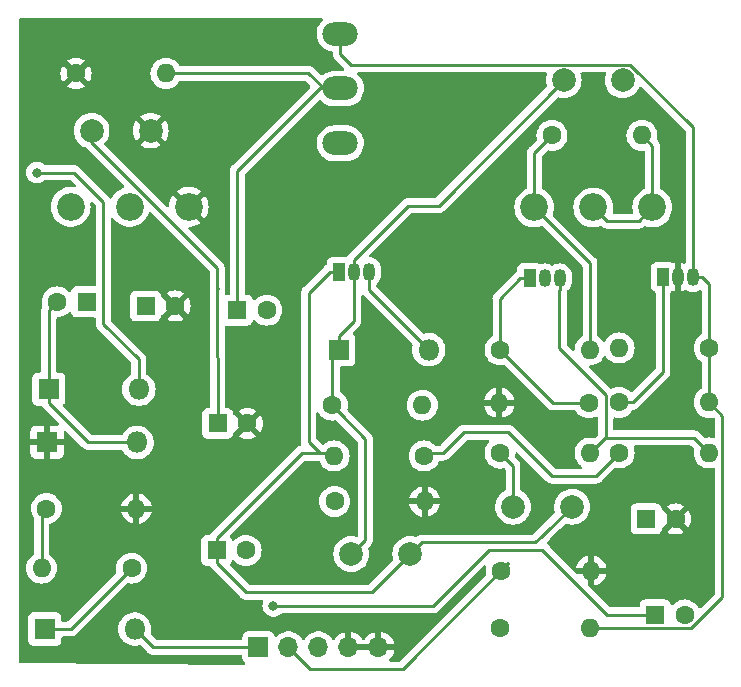
<source format=gbr>
G04 #@! TF.GenerationSoftware,KiCad,Pcbnew,7.0.11+dfsg-1build4*
G04 #@! TF.CreationDate,2026-01-25T21:49:34-05:00*
G04 #@! TF.ProjectId,compressor-01-bearhug,636f6d70-7265-4737-936f-722d30312d62,rev?*
G04 #@! TF.SameCoordinates,Original*
G04 #@! TF.FileFunction,Copper,L1,Top*
G04 #@! TF.FilePolarity,Positive*
%FSLAX46Y46*%
G04 Gerber Fmt 4.6, Leading zero omitted, Abs format (unit mm)*
G04 Created by KiCad (PCBNEW 7.0.11+dfsg-1build4) date 2026-01-25 21:49:34*
%MOMM*%
%LPD*%
G01*
G04 APERTURE LIST*
G04 #@! TA.AperFunction,ComponentPad*
%ADD10C,2.000000*%
G04 #@! TD*
G04 #@! TA.AperFunction,ComponentPad*
%ADD11R,1.600000X1.600000*%
G04 #@! TD*
G04 #@! TA.AperFunction,ComponentPad*
%ADD12C,1.600000*%
G04 #@! TD*
G04 #@! TA.AperFunction,ComponentPad*
%ADD13R,1.800000X1.800000*%
G04 #@! TD*
G04 #@! TA.AperFunction,ComponentPad*
%ADD14O,1.800000X1.800000*%
G04 #@! TD*
G04 #@! TA.AperFunction,ComponentPad*
%ADD15R,1.700000X1.700000*%
G04 #@! TD*
G04 #@! TA.AperFunction,ComponentPad*
%ADD16O,1.700000X1.700000*%
G04 #@! TD*
G04 #@! TA.AperFunction,ComponentPad*
%ADD17R,1.050000X1.500000*%
G04 #@! TD*
G04 #@! TA.AperFunction,ComponentPad*
%ADD18O,1.050000X1.500000*%
G04 #@! TD*
G04 #@! TA.AperFunction,ComponentPad*
%ADD19O,1.600000X1.600000*%
G04 #@! TD*
G04 #@! TA.AperFunction,ComponentPad*
%ADD20C,2.340000*%
G04 #@! TD*
G04 #@! TA.AperFunction,ComponentPad*
%ADD21O,3.000000X2.000000*%
G04 #@! TD*
G04 #@! TA.AperFunction,ViaPad*
%ADD22C,0.800000*%
G04 #@! TD*
G04 #@! TA.AperFunction,Conductor*
%ADD23C,0.250000*%
G04 #@! TD*
G04 APERTURE END LIST*
D10*
X156350000Y-47450000D03*
X161350000Y-47450000D03*
D11*
X128700000Y-66900000D03*
D12*
X131200000Y-66900000D03*
D10*
X138350000Y-87550000D03*
X143350000Y-87550000D03*
D11*
X164084000Y-92710000D03*
D12*
X166584000Y-92710000D03*
D11*
X126950000Y-87250000D03*
D12*
X129450000Y-87250000D03*
D11*
X115950000Y-66200000D03*
D12*
X113450000Y-66200000D03*
D11*
X163322000Y-84582000D03*
D12*
X165822000Y-84582000D03*
D11*
X120950000Y-66550000D03*
D12*
X123450000Y-66550000D03*
D11*
X127050000Y-76500000D03*
D12*
X129550000Y-76500000D03*
D10*
X116372000Y-51700000D03*
X121372000Y-51700000D03*
D13*
X137300000Y-70250000D03*
D14*
X144920000Y-70250000D03*
D13*
X112750000Y-73600000D03*
D14*
X120370000Y-73600000D03*
D13*
X112600000Y-78100000D03*
D14*
X120220000Y-78100000D03*
D13*
X112400000Y-93900000D03*
D14*
X120020000Y-93900000D03*
D15*
X130500000Y-95450000D03*
D16*
X133040000Y-95450000D03*
X135580000Y-95450000D03*
X138120000Y-95450000D03*
X140660000Y-95450000D03*
D17*
X164750000Y-64100000D03*
D18*
X166020000Y-64100000D03*
X167290000Y-64100000D03*
D17*
X137300000Y-63650000D03*
D18*
X138570000Y-63650000D03*
X139840000Y-63650000D03*
D17*
X153450000Y-64200000D03*
D18*
X154720000Y-64200000D03*
X155990000Y-64200000D03*
D12*
X136750000Y-74950000D03*
D19*
X144370000Y-74950000D03*
D12*
X136950000Y-83100000D03*
D19*
X144570000Y-83100000D03*
D12*
X144526000Y-79248000D03*
D19*
X136906000Y-79248000D03*
D12*
X150950000Y-93850000D03*
D19*
X158570000Y-93850000D03*
D12*
X115050000Y-46850000D03*
D19*
X122670000Y-46850000D03*
D12*
X161036000Y-74700000D03*
D19*
X168656000Y-74700000D03*
D12*
X168656000Y-70104000D03*
D19*
X161036000Y-70104000D03*
D12*
X150950000Y-79000000D03*
D19*
X158570000Y-79000000D03*
D12*
X150950000Y-70250000D03*
D19*
X158570000Y-70250000D03*
D12*
X155350000Y-52100000D03*
D19*
X162970000Y-52100000D03*
D12*
X161036000Y-78994000D03*
D19*
X168656000Y-78994000D03*
D12*
X119750000Y-88750000D03*
D19*
X112130000Y-88750000D03*
D12*
X112550000Y-83700000D03*
D19*
X120170000Y-83700000D03*
D20*
X124600000Y-58150000D03*
X119600000Y-58150000D03*
X114600000Y-58150000D03*
X163850000Y-58200000D03*
X158850000Y-58200000D03*
X153850000Y-58200000D03*
D21*
X137436500Y-43501000D03*
X137436500Y-48136500D03*
X137436500Y-52772000D03*
D12*
X151050000Y-88950000D03*
D19*
X158670000Y-88950000D03*
D12*
X158500000Y-74750000D03*
D19*
X150880000Y-74750000D03*
D10*
X157050000Y-83550000D03*
X152050000Y-83550000D03*
D22*
X131750000Y-91950000D03*
X111750000Y-55250000D03*
D23*
X134890000Y-97300000D02*
X142700000Y-97300000D01*
X142700000Y-97300000D02*
X151650000Y-88350000D01*
X151650000Y-88350000D02*
X151050000Y-88950000D01*
X133040000Y-95450000D02*
X134890000Y-97300000D01*
X145750000Y-58050000D02*
X156350000Y-47450000D01*
X138570000Y-63650000D02*
X138570000Y-62650000D01*
X136750000Y-70800000D02*
X137300000Y-70250000D01*
X139550000Y-77800000D02*
X139550000Y-86350000D01*
X138570000Y-64650000D02*
X138570000Y-63650000D01*
X143170000Y-58050000D02*
X145750000Y-58050000D01*
X137549999Y-75749999D02*
X136750000Y-74950000D01*
X138570000Y-62650000D02*
X143170000Y-58050000D01*
X139550000Y-86350000D02*
X138350000Y-87550000D01*
X137300000Y-69100000D02*
X138570000Y-67830000D01*
X138570000Y-67830000D02*
X138570000Y-64650000D01*
X137549999Y-75749999D02*
X137549999Y-75799999D01*
X137549999Y-75799999D02*
X139550000Y-77800000D01*
X137300000Y-70250000D02*
X137300000Y-69100000D01*
X136750000Y-74950000D02*
X136750000Y-70800000D01*
X134727000Y-46850000D02*
X136013500Y-48136500D01*
X128700000Y-55123000D02*
X135686500Y-48136500D01*
X135686500Y-48136500D02*
X136013500Y-48136500D01*
X122670000Y-46850000D02*
X134727000Y-46850000D01*
X137000000Y-47450000D02*
X137000000Y-48550000D01*
X136013500Y-48136500D02*
X137436500Y-48136500D01*
X128700000Y-66900000D02*
X128700000Y-55123000D01*
X135698630Y-79000000D02*
X134750000Y-78051370D01*
X129450000Y-90800000D02*
X140100000Y-90800000D01*
X126950000Y-86200000D02*
X126950000Y-87250000D01*
X144349999Y-86550001D02*
X153949999Y-86550001D01*
X143350000Y-87550000D02*
X144349999Y-86550001D01*
X134750000Y-65425000D02*
X136525000Y-63650000D01*
X140100000Y-90800000D02*
X143350000Y-87550000D01*
X134150000Y-79000000D02*
X126950000Y-86200000D01*
X126950000Y-88300000D02*
X126950000Y-87250000D01*
X155000000Y-85500000D02*
X157050000Y-83550000D01*
X136830000Y-79000000D02*
X135698630Y-79000000D01*
X153949999Y-86550001D02*
X155000000Y-85500000D01*
X136525000Y-63650000D02*
X137300000Y-63650000D01*
X134750000Y-78051370D02*
X134750000Y-65425000D01*
X136830000Y-79000000D02*
X134150000Y-79000000D01*
X154450000Y-86150000D02*
X155000000Y-85500000D01*
X126950000Y-88300000D02*
X129450000Y-90800000D01*
X161036000Y-74700000D02*
X162167370Y-74700000D01*
X164750000Y-65100000D02*
X164750000Y-64100000D01*
X164750000Y-72117370D02*
X164750000Y-65100000D01*
X162167370Y-74700000D02*
X164750000Y-72117370D01*
X154256000Y-87200000D02*
X150000000Y-87200000D01*
X154256000Y-87200000D02*
X154510000Y-87200000D01*
X145250000Y-91950000D02*
X131750000Y-91950000D01*
X150000000Y-87200000D02*
X145250000Y-91950000D01*
X154600000Y-87200000D02*
X154256000Y-87200000D01*
X160020000Y-92710000D02*
X164084000Y-92710000D01*
X154510000Y-87200000D02*
X160020000Y-92710000D01*
X144920000Y-70250000D02*
X139840000Y-65170000D01*
X139840000Y-65170000D02*
X139840000Y-63650000D01*
X152050000Y-80100000D02*
X150950000Y-79000000D01*
X152050000Y-83550000D02*
X152050000Y-80100000D01*
X116100000Y-78100000D02*
X112750000Y-74750000D01*
X112750000Y-73600000D02*
X112750000Y-66900000D01*
X112750000Y-66900000D02*
X113450000Y-66200000D01*
X120220000Y-78100000D02*
X116100000Y-78100000D01*
X112750000Y-74750000D02*
X112750000Y-73600000D01*
X159910999Y-74531001D02*
X159910999Y-74312999D01*
X167386000Y-77724000D02*
X159975998Y-77724000D01*
X155990000Y-65200000D02*
X155956000Y-65234000D01*
X158570000Y-79000000D02*
X159910999Y-77659001D01*
X155990000Y-64200000D02*
X155990000Y-65200000D01*
X155956000Y-65234000D02*
X155956000Y-70104000D01*
X159975998Y-77724000D02*
X159910999Y-77659001D01*
X159910999Y-77659001D02*
X159910999Y-74531001D01*
X168656000Y-78994000D02*
X167386000Y-77724000D01*
X159910999Y-74058999D02*
X159910999Y-74531001D01*
X155956000Y-70104000D02*
X159910999Y-74058999D01*
X112600000Y-79250000D02*
X112600000Y-78100000D01*
X160019999Y-59369999D02*
X162680001Y-59369999D01*
X163850000Y-58200000D02*
X163850000Y-52980000D01*
X163850000Y-52980000D02*
X162970000Y-52100000D01*
X158850000Y-58200000D02*
X160019999Y-59369999D01*
X162680001Y-59369999D02*
X163850000Y-58200000D01*
X112130000Y-84120000D02*
X112550000Y-83700000D01*
X112130000Y-88750000D02*
X112130000Y-84120000D01*
X147900000Y-77250000D02*
X151650000Y-77250000D01*
X159080000Y-80950000D02*
X161036000Y-78994000D01*
X146150000Y-79000000D02*
X147900000Y-77250000D01*
X121570000Y-95450000D02*
X120020000Y-93900000D01*
X130500000Y-95450000D02*
X121570000Y-95450000D01*
X144450000Y-79000000D02*
X146150000Y-79000000D01*
X151650000Y-77250000D02*
X155350000Y-80950000D01*
X155350000Y-80950000D02*
X159080000Y-80950000D01*
X117350000Y-57750000D02*
X117350000Y-68050000D01*
X111750000Y-55250000D02*
X114850000Y-55250000D01*
X117350000Y-68050000D02*
X120370000Y-71070000D01*
X114850000Y-55250000D02*
X117350000Y-57750000D01*
X120370000Y-71070000D02*
X120370000Y-73600000D01*
X114600000Y-93900000D02*
X119750000Y-88750000D01*
X112400000Y-93900000D02*
X114600000Y-93900000D01*
X168065000Y-64100000D02*
X167290000Y-64100000D01*
X161986001Y-46124999D02*
X138325001Y-46124999D01*
X158570000Y-93850000D02*
X167109002Y-93850000D01*
X167109002Y-93850000D02*
X169781001Y-91178001D01*
X167290000Y-64100000D02*
X167290000Y-51428998D01*
X169781001Y-75825001D02*
X168656000Y-74700000D01*
X168656000Y-64691000D02*
X168065000Y-64100000D01*
X167290000Y-51428998D02*
X161986001Y-46124999D01*
X137436500Y-45236498D02*
X137436500Y-43501000D01*
X169781001Y-91178001D02*
X169781001Y-75825001D01*
X138325001Y-46124999D02*
X137436500Y-45236498D01*
X168656000Y-70104000D02*
X168656000Y-64691000D01*
X168656000Y-74700000D02*
X168656000Y-70104000D01*
X155450000Y-74750000D02*
X150950000Y-70250000D01*
X150950000Y-65925000D02*
X152675000Y-64200000D01*
X152675000Y-64200000D02*
X153450000Y-64200000D01*
X150950000Y-70250000D02*
X150950000Y-65925000D01*
X158500000Y-74750000D02*
X155450000Y-74750000D01*
X158570000Y-62920000D02*
X153850000Y-58200000D01*
X153850000Y-58200000D02*
X153850000Y-53600000D01*
X158570000Y-70250000D02*
X158570000Y-62920000D01*
X153850000Y-53600000D02*
X155350000Y-52100000D01*
X116300000Y-51700000D02*
X116300000Y-52637398D01*
X127050000Y-76500000D02*
X127000000Y-65278000D01*
X116300000Y-52637398D02*
X127000000Y-63337398D01*
X127000000Y-63337398D02*
X127000000Y-65278000D01*
X127000000Y-65278000D02*
X127050000Y-65050000D01*
G04 #@! TA.AperFunction,Conductor*
G36*
X135906703Y-42184002D02*
G01*
X135953196Y-42237658D01*
X135963300Y-42307932D01*
X135933806Y-42372512D01*
X135922135Y-42384312D01*
X135845031Y-42452619D01*
X135845022Y-42452629D01*
X135690993Y-42641281D01*
X135569215Y-42852205D01*
X135569212Y-42852210D01*
X135482845Y-43079939D01*
X135434126Y-43318579D01*
X135424319Y-43561937D01*
X135424319Y-43561944D01*
X135453677Y-43803721D01*
X135453677Y-43803722D01*
X135521436Y-44037655D01*
X135521440Y-44037666D01*
X135625848Y-44257701D01*
X135625849Y-44257703D01*
X135625850Y-44257704D01*
X135764207Y-44458148D01*
X135932925Y-44633802D01*
X136127635Y-44780117D01*
X136343295Y-44893304D01*
X136459345Y-44932047D01*
X136574320Y-44970432D01*
X136697211Y-44990403D01*
X136761241Y-45021073D01*
X136798526Y-45081491D01*
X136803000Y-45114771D01*
X136803000Y-45152644D01*
X136801251Y-45168486D01*
X136801544Y-45168514D01*
X136800798Y-45176405D01*
X136802938Y-45244482D01*
X136803000Y-45248441D01*
X136803000Y-45276349D01*
X136803001Y-45276367D01*
X136803507Y-45280375D01*
X136804437Y-45292194D01*
X136805826Y-45336386D01*
X136805827Y-45336391D01*
X136811477Y-45355837D01*
X136815486Y-45375195D01*
X136818025Y-45395291D01*
X136818026Y-45395298D01*
X136834300Y-45436401D01*
X136838144Y-45447627D01*
X136850482Y-45490091D01*
X136860794Y-45507529D01*
X136869488Y-45525277D01*
X136876944Y-45544107D01*
X136876950Y-45544118D01*
X136902932Y-45579879D01*
X136909449Y-45589799D01*
X136931958Y-45627860D01*
X136931959Y-45627861D01*
X136931961Y-45627864D01*
X136946279Y-45642182D01*
X136959117Y-45657212D01*
X136971026Y-45673602D01*
X136971030Y-45673607D01*
X137005098Y-45701790D01*
X137013878Y-45709780D01*
X137717003Y-46412905D01*
X137751029Y-46475217D01*
X137745964Y-46546032D01*
X137703417Y-46602868D01*
X137636897Y-46627679D01*
X137627908Y-46628000D01*
X136875692Y-46628000D01*
X136693736Y-46642689D01*
X136457248Y-46700977D01*
X136233185Y-46796443D01*
X136027327Y-46926620D01*
X135942290Y-47001955D01*
X135878037Y-47032155D01*
X135807656Y-47022823D01*
X135769643Y-46996737D01*
X135234242Y-46461336D01*
X135224280Y-46448901D01*
X135224052Y-46449090D01*
X135219001Y-46442984D01*
X135219000Y-46442982D01*
X135169347Y-46396355D01*
X135166504Y-46393599D01*
X135146777Y-46373871D01*
X135146771Y-46373866D01*
X135143567Y-46371380D01*
X135134556Y-46363683D01*
X135102325Y-46333417D01*
X135102319Y-46333413D01*
X135084563Y-46323651D01*
X135068047Y-46312802D01*
X135052041Y-46300386D01*
X135011464Y-46282827D01*
X135000807Y-46277605D01*
X134962063Y-46256306D01*
X134962060Y-46256305D01*
X134942436Y-46251266D01*
X134923736Y-46244864D01*
X134905145Y-46236819D01*
X134905143Y-46236818D01*
X134905141Y-46236818D01*
X134861474Y-46229901D01*
X134849855Y-46227495D01*
X134807030Y-46216500D01*
X134786776Y-46216500D01*
X134767066Y-46214949D01*
X134747057Y-46211780D01*
X134703039Y-46215941D01*
X134691181Y-46216500D01*
X123889394Y-46216500D01*
X123821273Y-46196498D01*
X123786181Y-46162771D01*
X123676200Y-46005703D01*
X123676195Y-46005697D01*
X123514302Y-45843804D01*
X123514296Y-45843799D01*
X123326749Y-45712477D01*
X123119246Y-45615717D01*
X123119240Y-45615715D01*
X122985498Y-45579879D01*
X122898087Y-45556457D01*
X122670000Y-45536502D01*
X122441913Y-45556457D01*
X122220759Y-45615715D01*
X122220753Y-45615717D01*
X122013250Y-45712477D01*
X121825703Y-45843799D01*
X121825697Y-45843804D01*
X121663804Y-46005697D01*
X121663799Y-46005703D01*
X121532477Y-46193250D01*
X121435717Y-46400753D01*
X121435715Y-46400759D01*
X121379125Y-46611955D01*
X121376457Y-46621913D01*
X121356502Y-46850000D01*
X121376457Y-47078087D01*
X121435716Y-47299243D01*
X121532477Y-47506749D01*
X121663802Y-47694300D01*
X121825700Y-47856198D01*
X122013251Y-47987523D01*
X122220757Y-48084284D01*
X122441913Y-48143543D01*
X122670000Y-48163498D01*
X122898087Y-48143543D01*
X123119243Y-48084284D01*
X123326749Y-47987523D01*
X123514300Y-47856198D01*
X123676198Y-47694300D01*
X123786181Y-47537229D01*
X123841638Y-47492901D01*
X123889394Y-47483500D01*
X134412405Y-47483500D01*
X134480526Y-47503502D01*
X134501501Y-47520405D01*
X134865000Y-47883905D01*
X134899025Y-47946217D01*
X134893960Y-48017033D01*
X134864999Y-48062095D01*
X128311336Y-54615757D01*
X128298901Y-54625721D01*
X128299089Y-54625948D01*
X128292979Y-54631002D01*
X128246370Y-54680635D01*
X128243620Y-54683473D01*
X128223863Y-54703231D01*
X128221374Y-54706439D01*
X128213688Y-54715436D01*
X128183418Y-54747673D01*
X128183411Y-54747683D01*
X128173651Y-54765435D01*
X128162803Y-54781950D01*
X128150386Y-54797958D01*
X128132824Y-54838540D01*
X128127604Y-54849195D01*
X128106305Y-54887939D01*
X128106303Y-54887944D01*
X128101267Y-54907559D01*
X128094864Y-54926262D01*
X128086819Y-54944852D01*
X128079901Y-54988525D01*
X128077495Y-55000142D01*
X128066500Y-55042968D01*
X128066500Y-55063223D01*
X128064949Y-55082933D01*
X128061780Y-55102942D01*
X128065941Y-55146961D01*
X128066500Y-55158819D01*
X128066500Y-65465500D01*
X128046498Y-65533621D01*
X127992842Y-65580114D01*
X127940500Y-65591500D01*
X127851350Y-65591500D01*
X127790791Y-65598011D01*
X127789353Y-65598351D01*
X127788204Y-65598289D01*
X127782961Y-65598853D01*
X127782869Y-65598002D01*
X127718459Y-65594545D01*
X127660876Y-65553015D01*
X127634888Y-65486946D01*
X127634389Y-65476308D01*
X127633867Y-65359186D01*
X127636791Y-65331635D01*
X127637030Y-65330546D01*
X127677333Y-65146770D01*
X127688134Y-65027371D01*
X127667757Y-64901988D01*
X127662459Y-64869387D01*
X127646810Y-64833621D01*
X127644064Y-64827345D01*
X127633500Y-64776840D01*
X127633500Y-63421253D01*
X127635249Y-63405412D01*
X127634956Y-63405385D01*
X127635701Y-63397492D01*
X127635702Y-63397489D01*
X127633562Y-63329411D01*
X127633500Y-63325452D01*
X127633500Y-63297547D01*
X127633500Y-63297542D01*
X127632992Y-63293528D01*
X127632061Y-63281695D01*
X127630673Y-63237508D01*
X127625022Y-63218061D01*
X127621012Y-63198698D01*
X127619737Y-63188603D01*
X127618474Y-63178601D01*
X127602195Y-63137488D01*
X127598353Y-63126267D01*
X127586018Y-63083805D01*
X127577293Y-63069052D01*
X127575706Y-63066368D01*
X127567010Y-63048619D01*
X127559552Y-63029781D01*
X127533552Y-62993996D01*
X127527059Y-62984112D01*
X127504542Y-62946036D01*
X127490214Y-62931708D01*
X127477384Y-62916687D01*
X127465472Y-62900291D01*
X127465469Y-62900289D01*
X127465469Y-62900288D01*
X127431394Y-62872098D01*
X127422616Y-62864110D01*
X124601601Y-60043095D01*
X124567575Y-59980783D01*
X124572640Y-59909968D01*
X124615187Y-59853132D01*
X124681707Y-59828321D01*
X124690696Y-59828000D01*
X124725745Y-59828000D01*
X124974435Y-59790515D01*
X124974447Y-59790513D01*
X125214752Y-59716389D01*
X125214765Y-59716384D01*
X125441355Y-59607263D01*
X125593988Y-59503198D01*
X125593988Y-59503197D01*
X124843481Y-58752691D01*
X124915629Y-58724126D01*
X125048492Y-58627595D01*
X125153175Y-58501055D01*
X125203441Y-58394232D01*
X125953399Y-59144190D01*
X125953400Y-59144190D01*
X125990318Y-59097897D01*
X126116066Y-58880095D01*
X126116068Y-58880091D01*
X126207945Y-58645989D01*
X126207946Y-58645987D01*
X126263910Y-58400797D01*
X126282704Y-58150000D01*
X126263910Y-57899202D01*
X126207946Y-57654012D01*
X126207945Y-57654010D01*
X126116068Y-57419908D01*
X126116066Y-57419904D01*
X125990318Y-57202102D01*
X125953400Y-57155808D01*
X125953399Y-57155808D01*
X125203933Y-57905273D01*
X125192812Y-57871044D01*
X125104814Y-57732381D01*
X124985097Y-57619960D01*
X124846839Y-57543951D01*
X125593988Y-56796801D01*
X125593988Y-56796799D01*
X125441355Y-56692736D01*
X125441347Y-56692731D01*
X125214770Y-56583617D01*
X125214752Y-56583610D01*
X124974447Y-56509486D01*
X124974435Y-56509484D01*
X124725745Y-56472000D01*
X124474255Y-56472000D01*
X124225564Y-56509484D01*
X124225552Y-56509486D01*
X123985247Y-56583610D01*
X123985234Y-56583615D01*
X123758651Y-56692732D01*
X123606010Y-56796800D01*
X123606010Y-56796801D01*
X124356517Y-57547308D01*
X124284371Y-57575874D01*
X124151508Y-57672405D01*
X124046825Y-57798945D01*
X123996558Y-57905767D01*
X123246598Y-57155807D01*
X123246597Y-57155807D01*
X123209686Y-57202095D01*
X123083933Y-57419904D01*
X123083931Y-57419908D01*
X122992054Y-57654010D01*
X122992053Y-57654012D01*
X122936089Y-57899202D01*
X122923265Y-58070337D01*
X122898228Y-58136773D01*
X122841248Y-58179126D01*
X122770415Y-58183950D01*
X122708522Y-58150016D01*
X122374140Y-57815634D01*
X117472047Y-52913540D01*
X117438021Y-52851228D01*
X117443086Y-52780413D01*
X117465327Y-52742619D01*
X117596176Y-52589416D01*
X117720240Y-52386963D01*
X117811105Y-52167594D01*
X117866535Y-51936711D01*
X117885165Y-51700000D01*
X119859337Y-51700000D01*
X119877960Y-51936632D01*
X119933371Y-52167437D01*
X120024208Y-52386738D01*
X120138896Y-52573890D01*
X120138897Y-52573890D01*
X120887638Y-51825149D01*
X120912507Y-51909844D01*
X120990239Y-52030798D01*
X121098900Y-52124952D01*
X121229685Y-52184680D01*
X121244411Y-52186797D01*
X120498107Y-52933101D01*
X120498108Y-52933102D01*
X120685261Y-53047791D01*
X120904562Y-53138628D01*
X121135367Y-53194039D01*
X121372000Y-53212662D01*
X121608632Y-53194039D01*
X121839437Y-53138628D01*
X122058738Y-53047791D01*
X122245890Y-52933102D01*
X122245891Y-52933102D01*
X121499587Y-52186797D01*
X121514315Y-52184680D01*
X121645100Y-52124952D01*
X121753761Y-52030798D01*
X121831493Y-51909844D01*
X121856361Y-51825150D01*
X122605102Y-52573891D01*
X122605102Y-52573890D01*
X122719791Y-52386738D01*
X122810628Y-52167437D01*
X122866039Y-51936632D01*
X122884662Y-51700000D01*
X122866039Y-51463367D01*
X122810628Y-51232562D01*
X122719791Y-51013261D01*
X122605102Y-50826108D01*
X122605101Y-50826107D01*
X121856360Y-51574847D01*
X121831493Y-51490156D01*
X121753761Y-51369202D01*
X121645100Y-51275048D01*
X121514315Y-51215320D01*
X121499586Y-51213202D01*
X122245890Y-50466897D01*
X122245890Y-50466896D01*
X122058738Y-50352208D01*
X121839437Y-50261371D01*
X121608632Y-50205960D01*
X121372000Y-50187337D01*
X121135367Y-50205960D01*
X120904562Y-50261371D01*
X120685266Y-50352206D01*
X120498108Y-50466897D01*
X120498108Y-50466898D01*
X121244412Y-51213202D01*
X121229685Y-51215320D01*
X121098900Y-51275048D01*
X120990239Y-51369202D01*
X120912507Y-51490156D01*
X120887639Y-51574849D01*
X120138898Y-50826108D01*
X120138897Y-50826108D01*
X120024206Y-51013266D01*
X119933371Y-51232562D01*
X119877960Y-51463367D01*
X119859337Y-51700000D01*
X117885165Y-51700000D01*
X117866535Y-51463289D01*
X117811105Y-51232406D01*
X117720240Y-51013037D01*
X117596176Y-50810584D01*
X117596173Y-50810580D01*
X117441969Y-50630030D01*
X117261419Y-50475826D01*
X117261417Y-50475825D01*
X117261416Y-50475824D01*
X117058963Y-50351760D01*
X116840744Y-50261371D01*
X116839592Y-50260894D01*
X116681651Y-50222976D01*
X116608711Y-50205465D01*
X116372000Y-50186835D01*
X116135289Y-50205465D01*
X115904407Y-50260894D01*
X115685038Y-50351759D01*
X115482582Y-50475825D01*
X115482580Y-50475826D01*
X115302030Y-50630030D01*
X115147826Y-50810580D01*
X115147825Y-50810582D01*
X115023759Y-51013038D01*
X114932894Y-51232407D01*
X114900053Y-51369202D01*
X114877465Y-51463289D01*
X114858835Y-51700000D01*
X114875350Y-51909844D01*
X114877465Y-51936710D01*
X114932894Y-52167592D01*
X114999373Y-52328086D01*
X115023760Y-52386963D01*
X115147347Y-52588638D01*
X115147825Y-52589417D01*
X115147826Y-52589419D01*
X115302030Y-52769969D01*
X115482580Y-52924173D01*
X115482584Y-52924176D01*
X115685037Y-53048240D01*
X115883639Y-53130503D01*
X115924513Y-53157815D01*
X119115986Y-56349289D01*
X119150012Y-56411601D01*
X119144947Y-56482417D01*
X119102400Y-56539252D01*
X119064030Y-56558786D01*
X118985063Y-56583143D01*
X118985051Y-56583148D01*
X118758394Y-56692301D01*
X118758387Y-56692305D01*
X118550544Y-56834011D01*
X118550532Y-56834021D01*
X118366125Y-57005123D01*
X118209266Y-57201819D01*
X118096176Y-57397697D01*
X118044793Y-57446690D01*
X117975080Y-57460126D01*
X117909169Y-57433739D01*
X117885132Y-57408773D01*
X117883567Y-57406618D01*
X117877059Y-57396714D01*
X117854542Y-57358638D01*
X117840214Y-57344310D01*
X117827384Y-57329289D01*
X117815472Y-57312893D01*
X117815469Y-57312891D01*
X117815469Y-57312890D01*
X117781394Y-57284700D01*
X117772616Y-57276712D01*
X115357244Y-54861339D01*
X115347279Y-54848901D01*
X115347052Y-54849090D01*
X115342001Y-54842984D01*
X115342000Y-54842982D01*
X115292348Y-54796356D01*
X115289505Y-54793600D01*
X115269777Y-54773871D01*
X115269771Y-54773866D01*
X115266567Y-54771380D01*
X115257556Y-54763683D01*
X115225325Y-54733417D01*
X115225319Y-54733413D01*
X115207563Y-54723651D01*
X115191047Y-54712802D01*
X115175041Y-54700386D01*
X115134464Y-54682827D01*
X115123807Y-54677605D01*
X115085063Y-54656306D01*
X115085060Y-54656305D01*
X115065436Y-54651266D01*
X115046736Y-54644864D01*
X115028145Y-54636819D01*
X115028143Y-54636818D01*
X115028141Y-54636818D01*
X114984474Y-54629901D01*
X114972855Y-54627495D01*
X114930030Y-54616500D01*
X114909776Y-54616500D01*
X114890066Y-54614949D01*
X114870057Y-54611780D01*
X114826039Y-54615941D01*
X114814181Y-54616500D01*
X112458200Y-54616500D01*
X112390079Y-54596498D01*
X112364563Y-54574810D01*
X112361252Y-54571133D01*
X112206752Y-54458882D01*
X112032288Y-54381206D01*
X111845487Y-54341500D01*
X111654513Y-54341500D01*
X111467711Y-54381206D01*
X111293247Y-54458882D01*
X111138744Y-54571135D01*
X111010965Y-54713048D01*
X111010958Y-54713058D01*
X110915476Y-54878438D01*
X110915473Y-54878445D01*
X110856457Y-55060072D01*
X110836496Y-55250000D01*
X110856457Y-55439927D01*
X110886526Y-55532470D01*
X110915473Y-55621556D01*
X110915476Y-55621561D01*
X111010958Y-55786941D01*
X111010965Y-55786951D01*
X111138744Y-55928864D01*
X111138747Y-55928866D01*
X111293248Y-56041118D01*
X111467712Y-56118794D01*
X111654513Y-56158500D01*
X111845487Y-56158500D01*
X112032288Y-56118794D01*
X112206752Y-56041118D01*
X112361253Y-55928866D01*
X112364563Y-55925190D01*
X112425009Y-55887950D01*
X112458200Y-55883500D01*
X114535405Y-55883500D01*
X114603526Y-55903502D01*
X114624501Y-55920405D01*
X114984668Y-56280573D01*
X115018693Y-56342885D01*
X115013628Y-56413701D01*
X114971081Y-56470536D01*
X114904561Y-56495347D01*
X114876796Y-56494261D01*
X114725786Y-56471500D01*
X114474214Y-56471500D01*
X114225451Y-56508995D01*
X114225449Y-56508995D01*
X114225440Y-56508997D01*
X113985063Y-56583143D01*
X113985051Y-56583148D01*
X113758394Y-56692301D01*
X113758387Y-56692305D01*
X113550544Y-56834011D01*
X113550532Y-56834021D01*
X113366125Y-57005123D01*
X113209266Y-57201819D01*
X113083481Y-57419686D01*
X113083479Y-57419690D01*
X112991571Y-57653870D01*
X112938476Y-57886498D01*
X112935593Y-57899131D01*
X112916793Y-58150000D01*
X112935593Y-58400869D01*
X112935594Y-58400873D01*
X112991571Y-58646129D01*
X113083479Y-58880309D01*
X113083481Y-58880313D01*
X113209266Y-59098180D01*
X113209268Y-59098183D01*
X113209269Y-59098184D01*
X113249139Y-59148180D01*
X113366125Y-59294876D01*
X113502134Y-59421072D01*
X113550538Y-59465984D01*
X113550544Y-59465988D01*
X113758387Y-59607694D01*
X113758394Y-59607698D01*
X113758397Y-59607700D01*
X113985055Y-59716853D01*
X113985058Y-59716853D01*
X113985063Y-59716856D01*
X114225440Y-59791002D01*
X114225442Y-59791002D01*
X114225451Y-59791005D01*
X114474214Y-59828500D01*
X114474218Y-59828500D01*
X114725782Y-59828500D01*
X114725786Y-59828500D01*
X114974549Y-59791005D01*
X114976144Y-59790513D01*
X115214936Y-59716856D01*
X115214938Y-59716854D01*
X115214945Y-59716853D01*
X115441604Y-59607700D01*
X115649462Y-59465984D01*
X115833878Y-59294872D01*
X115990731Y-59098184D01*
X116116517Y-58880316D01*
X116116606Y-58880091D01*
X116148039Y-58800000D01*
X116208427Y-58646134D01*
X116264407Y-58400869D01*
X116283207Y-58150000D01*
X116264407Y-57899131D01*
X116261523Y-57886495D01*
X116265865Y-57815634D01*
X116307829Y-57758367D01*
X116374093Y-57732878D01*
X116443617Y-57747261D01*
X116473459Y-57769364D01*
X116679595Y-57975500D01*
X116713621Y-58037812D01*
X116716500Y-58064595D01*
X116716500Y-64765500D01*
X116696498Y-64833621D01*
X116642842Y-64880114D01*
X116590500Y-64891500D01*
X115101350Y-64891500D01*
X115040803Y-64898009D01*
X115040795Y-64898011D01*
X114903797Y-64949110D01*
X114903792Y-64949112D01*
X114786738Y-65036738D01*
X114699112Y-65153792D01*
X114699111Y-65153795D01*
X114646787Y-65294078D01*
X114604240Y-65350913D01*
X114537719Y-65375723D01*
X114468345Y-65360631D01*
X114439637Y-65339139D01*
X114294302Y-65193804D01*
X114294296Y-65193799D01*
X114106749Y-65062477D01*
X113899246Y-64965717D01*
X113899240Y-64965715D01*
X113805771Y-64940670D01*
X113678087Y-64906457D01*
X113450000Y-64886502D01*
X113221913Y-64906457D01*
X113000759Y-64965715D01*
X113000753Y-64965717D01*
X112793250Y-65062477D01*
X112605703Y-65193799D01*
X112605697Y-65193804D01*
X112443804Y-65355697D01*
X112443799Y-65355703D01*
X112312477Y-65543250D01*
X112215717Y-65750753D01*
X112215715Y-65750759D01*
X112182387Y-65875142D01*
X112156457Y-65971913D01*
X112136502Y-66200000D01*
X112156457Y-66428087D01*
X112156457Y-66428090D01*
X112156458Y-66428092D01*
X112185965Y-66538217D01*
X112184275Y-66609193D01*
X112174673Y-66631527D01*
X112156306Y-66664936D01*
X112156303Y-66664944D01*
X112151267Y-66684559D01*
X112144864Y-66703262D01*
X112136819Y-66721852D01*
X112129901Y-66765525D01*
X112127495Y-66777142D01*
X112116500Y-66819968D01*
X112116500Y-66840223D01*
X112114949Y-66859933D01*
X112111780Y-66879942D01*
X112115941Y-66923961D01*
X112116500Y-66935819D01*
X112116500Y-72065500D01*
X112096498Y-72133621D01*
X112042842Y-72180114D01*
X111990500Y-72191500D01*
X111801350Y-72191500D01*
X111740803Y-72198009D01*
X111740795Y-72198011D01*
X111603797Y-72249110D01*
X111603792Y-72249112D01*
X111486738Y-72336738D01*
X111399112Y-72453792D01*
X111399110Y-72453797D01*
X111348011Y-72590795D01*
X111348009Y-72590803D01*
X111341500Y-72651350D01*
X111341500Y-74548649D01*
X111348009Y-74609196D01*
X111348011Y-74609204D01*
X111399110Y-74746202D01*
X111399112Y-74746207D01*
X111486738Y-74863261D01*
X111603792Y-74950887D01*
X111603794Y-74950888D01*
X111603796Y-74950889D01*
X111655243Y-74970078D01*
X111740795Y-75001988D01*
X111740803Y-75001990D01*
X111801350Y-75008499D01*
X111801355Y-75008499D01*
X111801362Y-75008500D01*
X112090562Y-75008500D01*
X112158683Y-75028502D01*
X112192498Y-75060439D01*
X112216432Y-75093381D01*
X112222949Y-75103301D01*
X112245458Y-75141362D01*
X112245459Y-75141363D01*
X112245461Y-75141366D01*
X112259779Y-75155684D01*
X112272617Y-75170714D01*
X112284526Y-75187104D01*
X112284530Y-75187109D01*
X112318598Y-75215292D01*
X112327378Y-75223282D01*
X113581001Y-76476905D01*
X113615027Y-76539217D01*
X113609962Y-76610032D01*
X113567415Y-76666868D01*
X113500895Y-76691679D01*
X113491906Y-76692000D01*
X112854000Y-76692000D01*
X112854000Y-77728537D01*
X112797453Y-77689984D01*
X112667827Y-77650000D01*
X112566276Y-77650000D01*
X112465862Y-77665135D01*
X112346000Y-77722857D01*
X112346000Y-76692000D01*
X111651402Y-76692000D01*
X111590906Y-76698505D01*
X111454035Y-76749555D01*
X111454034Y-76749555D01*
X111337095Y-76837095D01*
X111249555Y-76954034D01*
X111249555Y-76954035D01*
X111198505Y-77090906D01*
X111192000Y-77151402D01*
X111192000Y-77846000D01*
X112227032Y-77846000D01*
X112176375Y-77933740D01*
X112146190Y-78065992D01*
X112156327Y-78201265D01*
X112205887Y-78327541D01*
X112226987Y-78354000D01*
X111192000Y-78354000D01*
X111192000Y-79048597D01*
X111198505Y-79109093D01*
X111249555Y-79245964D01*
X111249555Y-79245965D01*
X111337095Y-79362904D01*
X111454034Y-79450444D01*
X111590906Y-79501494D01*
X111651402Y-79507999D01*
X111651415Y-79508000D01*
X112346000Y-79508000D01*
X112346000Y-78471462D01*
X112402547Y-78510016D01*
X112532173Y-78550000D01*
X112633724Y-78550000D01*
X112734138Y-78534865D01*
X112854000Y-78477142D01*
X112854000Y-79508000D01*
X113548585Y-79508000D01*
X113548597Y-79507999D01*
X113609093Y-79501494D01*
X113745964Y-79450444D01*
X113745965Y-79450444D01*
X113862904Y-79362904D01*
X113950444Y-79245965D01*
X113950444Y-79245964D01*
X114001494Y-79109093D01*
X114007999Y-79048597D01*
X114008000Y-79048585D01*
X114008000Y-78354000D01*
X112972968Y-78354000D01*
X113023625Y-78266260D01*
X113053810Y-78134008D01*
X113043673Y-77998735D01*
X112994113Y-77872459D01*
X112973013Y-77846000D01*
X114008000Y-77846000D01*
X114008000Y-77208094D01*
X114028002Y-77139973D01*
X114081658Y-77093480D01*
X114151932Y-77083376D01*
X114216512Y-77112870D01*
X114223095Y-77118999D01*
X115592753Y-78488657D01*
X115602720Y-78501097D01*
X115602947Y-78500910D01*
X115607999Y-78507017D01*
X115608000Y-78507018D01*
X115654573Y-78550753D01*
X115657666Y-78553657D01*
X115660510Y-78556414D01*
X115680226Y-78576131D01*
X115683423Y-78578611D01*
X115692444Y-78586316D01*
X115724679Y-78616586D01*
X115724680Y-78616586D01*
X115724682Y-78616588D01*
X115742429Y-78626344D01*
X115758959Y-78637202D01*
X115774959Y-78649613D01*
X115815536Y-78667172D01*
X115826187Y-78672390D01*
X115864940Y-78693695D01*
X115884562Y-78698733D01*
X115903263Y-78705135D01*
X115921855Y-78713181D01*
X115965522Y-78720096D01*
X115977125Y-78722498D01*
X116019970Y-78733500D01*
X116040231Y-78733500D01*
X116059939Y-78735050D01*
X116079943Y-78738219D01*
X116123954Y-78734058D01*
X116135811Y-78733500D01*
X118883238Y-78733500D01*
X118951359Y-78753502D01*
X118988721Y-78790585D01*
X119104685Y-78968083D01*
X119262774Y-79139813D01*
X119262778Y-79139817D01*
X119328650Y-79191087D01*
X119446983Y-79283190D01*
X119652273Y-79394287D01*
X119873049Y-79470080D01*
X120103288Y-79508500D01*
X120103292Y-79508500D01*
X120336708Y-79508500D01*
X120336712Y-79508500D01*
X120566951Y-79470080D01*
X120787727Y-79394287D01*
X120993017Y-79283190D01*
X121177220Y-79139818D01*
X121205505Y-79109093D01*
X121335314Y-78968083D01*
X121462984Y-78772669D01*
X121556749Y-78558907D01*
X121614051Y-78332626D01*
X121633327Y-78100000D01*
X121614051Y-77867374D01*
X121594195Y-77788965D01*
X121556750Y-77641096D01*
X121556747Y-77641089D01*
X121541720Y-77606832D01*
X121462984Y-77427331D01*
X121411579Y-77348649D01*
X121335314Y-77231916D01*
X121177225Y-77060186D01*
X121177221Y-77060182D01*
X121085118Y-76988496D01*
X120993017Y-76916810D01*
X120787727Y-76805713D01*
X120787724Y-76805712D01*
X120787723Y-76805711D01*
X120566955Y-76729921D01*
X120566948Y-76729919D01*
X120464350Y-76712799D01*
X120336712Y-76691500D01*
X120103288Y-76691500D01*
X119988066Y-76710727D01*
X119873051Y-76729919D01*
X119873044Y-76729921D01*
X119652276Y-76805711D01*
X119652273Y-76805713D01*
X119620012Y-76823172D01*
X119446985Y-76916809D01*
X119446983Y-76916810D01*
X119262778Y-77060182D01*
X119262774Y-77060186D01*
X119104685Y-77231916D01*
X118988721Y-77409415D01*
X118934718Y-77455504D01*
X118883238Y-77466500D01*
X116414595Y-77466500D01*
X116346474Y-77446498D01*
X116325500Y-77429595D01*
X113970768Y-75074863D01*
X113936742Y-75012551D01*
X113941807Y-74941736D01*
X113984353Y-74884901D01*
X114013261Y-74863261D01*
X114083599Y-74769300D01*
X114100887Y-74746207D01*
X114100887Y-74746206D01*
X114100889Y-74746204D01*
X114151989Y-74609201D01*
X114158500Y-74548638D01*
X114158500Y-72651362D01*
X114154554Y-72614654D01*
X114151990Y-72590803D01*
X114151988Y-72590795D01*
X114122924Y-72512875D01*
X114100889Y-72453796D01*
X114100888Y-72453794D01*
X114100887Y-72453792D01*
X114013261Y-72336738D01*
X113896207Y-72249112D01*
X113896202Y-72249110D01*
X113759204Y-72198011D01*
X113759196Y-72198009D01*
X113698649Y-72191500D01*
X113698638Y-72191500D01*
X113509500Y-72191500D01*
X113441379Y-72171498D01*
X113394886Y-72117842D01*
X113383500Y-72065500D01*
X113383500Y-67634773D01*
X113403502Y-67566652D01*
X113457158Y-67520159D01*
X113498512Y-67509253D01*
X113678087Y-67493543D01*
X113899243Y-67434284D01*
X114106749Y-67337523D01*
X114294300Y-67206198D01*
X114439640Y-67060857D01*
X114501948Y-67026835D01*
X114572764Y-67031899D01*
X114629600Y-67074446D01*
X114646787Y-67105922D01*
X114699110Y-67246202D01*
X114699112Y-67246207D01*
X114786738Y-67363261D01*
X114903792Y-67450887D01*
X114903794Y-67450888D01*
X114903796Y-67450889D01*
X114962875Y-67472924D01*
X115040795Y-67501988D01*
X115040803Y-67501990D01*
X115101350Y-67508499D01*
X115101355Y-67508499D01*
X115101362Y-67508500D01*
X116590500Y-67508500D01*
X116658621Y-67528502D01*
X116705114Y-67582158D01*
X116716500Y-67634500D01*
X116716500Y-67966146D01*
X116714751Y-67981988D01*
X116715044Y-67982016D01*
X116714298Y-67989907D01*
X116714298Y-67989909D01*
X116715742Y-68035833D01*
X116716438Y-68057984D01*
X116716500Y-68061943D01*
X116716500Y-68089851D01*
X116716501Y-68089869D01*
X116717007Y-68093877D01*
X116717937Y-68105696D01*
X116719326Y-68149888D01*
X116719327Y-68149893D01*
X116724977Y-68169339D01*
X116728986Y-68188697D01*
X116731525Y-68208793D01*
X116731526Y-68208800D01*
X116747800Y-68249903D01*
X116751644Y-68261129D01*
X116763982Y-68303593D01*
X116774294Y-68321031D01*
X116782988Y-68338779D01*
X116790444Y-68357609D01*
X116790450Y-68357620D01*
X116816432Y-68393381D01*
X116822949Y-68403301D01*
X116845458Y-68441362D01*
X116845459Y-68441363D01*
X116845461Y-68441366D01*
X116859779Y-68455684D01*
X116872617Y-68470714D01*
X116884526Y-68487104D01*
X116884530Y-68487109D01*
X116918598Y-68515292D01*
X116927378Y-68523282D01*
X119699595Y-71295499D01*
X119733621Y-71357811D01*
X119736500Y-71384594D01*
X119736500Y-72266227D01*
X119716498Y-72334348D01*
X119670470Y-72377040D01*
X119596989Y-72416806D01*
X119596983Y-72416810D01*
X119412778Y-72560182D01*
X119412774Y-72560186D01*
X119254685Y-72731916D01*
X119127015Y-72927331D01*
X119033252Y-73141089D01*
X119033249Y-73141096D01*
X118975950Y-73367366D01*
X118975949Y-73367372D01*
X118975949Y-73367374D01*
X118956673Y-73600000D01*
X118974279Y-73812477D01*
X118975950Y-73832633D01*
X119033249Y-74058903D01*
X119033252Y-74058910D01*
X119127015Y-74272668D01*
X119254685Y-74468083D01*
X119412774Y-74639813D01*
X119412778Y-74639817D01*
X119478650Y-74691087D01*
X119596983Y-74783190D01*
X119802273Y-74894287D01*
X120023049Y-74970080D01*
X120253288Y-75008500D01*
X120253292Y-75008500D01*
X120486708Y-75008500D01*
X120486712Y-75008500D01*
X120716951Y-74970080D01*
X120937727Y-74894287D01*
X121143017Y-74783190D01*
X121327220Y-74639818D01*
X121340998Y-74624852D01*
X121485314Y-74468083D01*
X121570797Y-74337241D01*
X121612984Y-74272669D01*
X121706749Y-74058907D01*
X121764051Y-73832626D01*
X121783327Y-73600000D01*
X121764051Y-73367374D01*
X121706749Y-73141093D01*
X121612984Y-72927331D01*
X121485314Y-72731916D01*
X121327225Y-72560186D01*
X121327221Y-72560182D01*
X121196455Y-72458403D01*
X121143017Y-72416810D01*
X121143010Y-72416806D01*
X121069530Y-72377040D01*
X121019140Y-72327027D01*
X121003500Y-72266227D01*
X121003500Y-71153853D01*
X121005249Y-71138011D01*
X121004956Y-71137984D01*
X121005702Y-71130091D01*
X121003562Y-71062000D01*
X121003500Y-71058042D01*
X121003500Y-71030150D01*
X121003500Y-71030144D01*
X121002993Y-71026135D01*
X121002062Y-71014306D01*
X121000674Y-70970111D01*
X120995017Y-70950642D01*
X120991012Y-70931298D01*
X120988474Y-70911203D01*
X120972196Y-70870092D01*
X120968356Y-70858877D01*
X120956018Y-70816407D01*
X120945706Y-70798970D01*
X120937010Y-70781221D01*
X120929552Y-70762383D01*
X120903552Y-70726598D01*
X120897059Y-70716714D01*
X120874542Y-70678638D01*
X120860214Y-70664310D01*
X120847384Y-70649289D01*
X120835472Y-70632893D01*
X120835469Y-70632891D01*
X120835469Y-70632890D01*
X120801394Y-70604700D01*
X120792616Y-70596712D01*
X118020405Y-67824500D01*
X117986379Y-67762188D01*
X117983500Y-67735405D01*
X117983500Y-67398649D01*
X119641500Y-67398649D01*
X119648009Y-67459196D01*
X119648011Y-67459204D01*
X119699110Y-67596202D01*
X119699112Y-67596207D01*
X119786738Y-67713261D01*
X119903792Y-67800887D01*
X119903794Y-67800888D01*
X119903796Y-67800889D01*
X119962875Y-67822924D01*
X120040795Y-67851988D01*
X120040803Y-67851990D01*
X120101350Y-67858499D01*
X120101355Y-67858499D01*
X120101362Y-67858500D01*
X120101368Y-67858500D01*
X121798632Y-67858500D01*
X121798638Y-67858500D01*
X121798645Y-67858499D01*
X121798649Y-67858499D01*
X121859196Y-67851990D01*
X121859199Y-67851989D01*
X121859201Y-67851989D01*
X121996204Y-67800889D01*
X122005168Y-67794179D01*
X122113261Y-67713261D01*
X122200887Y-67596207D01*
X122200887Y-67596206D01*
X122200889Y-67596204D01*
X122251989Y-67459201D01*
X122253947Y-67440994D01*
X122258861Y-67395283D01*
X122259908Y-67395395D01*
X122282056Y-67332567D01*
X122338113Y-67289000D01*
X122354105Y-67286682D01*
X123051272Y-66589516D01*
X123064835Y-66675148D01*
X123122359Y-66788045D01*
X123211955Y-66877641D01*
X123324852Y-66935165D01*
X123410482Y-66948727D01*
X122722110Y-67637098D01*
X122722110Y-67637100D01*
X122793498Y-67687086D01*
X123000926Y-67783811D01*
X123000931Y-67783813D01*
X123221999Y-67843048D01*
X123221995Y-67843048D01*
X123450000Y-67862995D01*
X123678002Y-67843048D01*
X123899068Y-67783813D01*
X123899073Y-67783811D01*
X124106497Y-67687088D01*
X124177888Y-67637099D01*
X124177888Y-67637097D01*
X123489518Y-66948727D01*
X123575148Y-66935165D01*
X123688045Y-66877641D01*
X123777641Y-66788045D01*
X123835165Y-66675148D01*
X123848727Y-66589518D01*
X124537097Y-67277888D01*
X124537099Y-67277888D01*
X124587088Y-67206497D01*
X124683811Y-66999073D01*
X124683813Y-66999068D01*
X124743048Y-66778002D01*
X124762995Y-66550000D01*
X124743048Y-66321997D01*
X124683813Y-66100931D01*
X124683811Y-66100926D01*
X124587086Y-65893498D01*
X124537100Y-65822110D01*
X124537098Y-65822110D01*
X123848727Y-66510481D01*
X123835165Y-66424852D01*
X123777641Y-66311955D01*
X123688045Y-66222359D01*
X123575148Y-66164835D01*
X123489517Y-66151272D01*
X124177888Y-65462899D01*
X124177888Y-65462898D01*
X124106501Y-65412913D01*
X123899073Y-65316188D01*
X123899068Y-65316186D01*
X123678000Y-65256951D01*
X123678004Y-65256951D01*
X123450000Y-65237004D01*
X123221997Y-65256951D01*
X123000931Y-65316186D01*
X123000926Y-65316188D01*
X122793500Y-65412913D01*
X122722109Y-65462900D01*
X123410481Y-66151272D01*
X123324852Y-66164835D01*
X123211955Y-66222359D01*
X123122359Y-66311955D01*
X123064835Y-66424852D01*
X123051272Y-66510481D01*
X122351219Y-65810428D01*
X122325649Y-65805289D01*
X122274657Y-65755890D01*
X122259666Y-65704630D01*
X122258861Y-65704717D01*
X122251990Y-65640803D01*
X122251988Y-65640795D01*
X122206128Y-65517842D01*
X122200889Y-65503796D01*
X122200888Y-65503794D01*
X122200887Y-65503792D01*
X122113261Y-65386738D01*
X121996207Y-65299112D01*
X121996202Y-65299110D01*
X121859204Y-65248011D01*
X121859196Y-65248009D01*
X121798649Y-65241500D01*
X121798638Y-65241500D01*
X120101362Y-65241500D01*
X120101350Y-65241500D01*
X120040803Y-65248009D01*
X120040795Y-65248011D01*
X119903797Y-65299110D01*
X119903792Y-65299112D01*
X119786738Y-65386738D01*
X119699112Y-65503792D01*
X119699110Y-65503797D01*
X119648011Y-65640795D01*
X119648009Y-65640803D01*
X119641500Y-65701350D01*
X119641500Y-67398649D01*
X117983500Y-67398649D01*
X117983500Y-59175165D01*
X118003502Y-59107044D01*
X118057158Y-59060551D01*
X118127432Y-59050447D01*
X118192012Y-59079941D01*
X118208011Y-59096606D01*
X118209267Y-59098182D01*
X118209269Y-59098184D01*
X118249139Y-59148180D01*
X118366121Y-59294872D01*
X118366123Y-59294874D01*
X118497494Y-59416767D01*
X118550538Y-59465984D01*
X118550544Y-59465988D01*
X118758387Y-59607694D01*
X118758394Y-59607698D01*
X118758397Y-59607700D01*
X118985055Y-59716853D01*
X118985058Y-59716853D01*
X118985063Y-59716856D01*
X119225440Y-59791002D01*
X119225442Y-59791002D01*
X119225451Y-59791005D01*
X119474214Y-59828500D01*
X119474218Y-59828500D01*
X119725782Y-59828500D01*
X119725786Y-59828500D01*
X119974549Y-59791005D01*
X119976144Y-59790513D01*
X120214936Y-59716856D01*
X120214938Y-59716854D01*
X120214945Y-59716853D01*
X120441604Y-59607700D01*
X120649462Y-59465984D01*
X120833878Y-59294872D01*
X120990731Y-59098184D01*
X121116517Y-58880316D01*
X121116604Y-58880095D01*
X121195732Y-58678481D01*
X121239239Y-58622377D01*
X121306171Y-58598700D01*
X121375279Y-58614969D01*
X121402117Y-58635419D01*
X126329595Y-63562897D01*
X126363621Y-63625209D01*
X126366500Y-63651992D01*
X126366500Y-65190274D01*
X126366130Y-65196365D01*
X126366345Y-65244842D01*
X126365834Y-65256748D01*
X126361865Y-65300627D01*
X126361866Y-65300629D01*
X126364516Y-65316937D01*
X126365141Y-65320779D01*
X126366772Y-65340432D01*
X126410100Y-75064939D01*
X126390401Y-75133148D01*
X126336953Y-75179879D01*
X126284101Y-75191500D01*
X126201350Y-75191500D01*
X126140803Y-75198009D01*
X126140795Y-75198011D01*
X126003797Y-75249110D01*
X126003792Y-75249112D01*
X125886738Y-75336738D01*
X125799112Y-75453792D01*
X125799110Y-75453797D01*
X125748011Y-75590795D01*
X125748009Y-75590803D01*
X125741500Y-75651350D01*
X125741500Y-77348649D01*
X125748009Y-77409196D01*
X125748011Y-77409204D01*
X125799110Y-77546202D01*
X125799112Y-77546207D01*
X125886738Y-77663261D01*
X126003792Y-77750887D01*
X126003794Y-77750888D01*
X126003796Y-77750889D01*
X126043551Y-77765717D01*
X126140795Y-77801988D01*
X126140803Y-77801990D01*
X126201350Y-77808499D01*
X126201355Y-77808499D01*
X126201362Y-77808500D01*
X126201368Y-77808500D01*
X127898632Y-77808500D01*
X127898638Y-77808500D01*
X127898645Y-77808499D01*
X127898649Y-77808499D01*
X127959196Y-77801990D01*
X127959199Y-77801989D01*
X127959201Y-77801989D01*
X128096204Y-77750889D01*
X128119018Y-77733811D01*
X128213261Y-77663261D01*
X128300887Y-77546207D01*
X128300887Y-77546206D01*
X128300889Y-77546204D01*
X128351989Y-77409201D01*
X128353345Y-77396596D01*
X128358861Y-77345283D01*
X128359908Y-77345395D01*
X128382056Y-77282567D01*
X128438113Y-77239000D01*
X128454105Y-77236682D01*
X129151272Y-76539516D01*
X129164835Y-76625148D01*
X129222359Y-76738045D01*
X129311955Y-76827641D01*
X129424852Y-76885165D01*
X129510482Y-76898727D01*
X128822110Y-77587098D01*
X128822110Y-77587100D01*
X128893498Y-77637086D01*
X129100926Y-77733811D01*
X129100931Y-77733813D01*
X129321999Y-77793048D01*
X129321995Y-77793048D01*
X129550000Y-77812995D01*
X129778002Y-77793048D01*
X129999068Y-77733813D01*
X129999073Y-77733811D01*
X130206497Y-77637088D01*
X130277888Y-77587099D01*
X130277888Y-77587097D01*
X129589518Y-76898727D01*
X129675148Y-76885165D01*
X129788045Y-76827641D01*
X129877641Y-76738045D01*
X129935165Y-76625148D01*
X129948727Y-76539518D01*
X130637097Y-77227888D01*
X130637099Y-77227888D01*
X130687088Y-77156497D01*
X130783811Y-76949073D01*
X130783813Y-76949068D01*
X130843048Y-76728002D01*
X130862995Y-76500000D01*
X130843048Y-76271997D01*
X130783813Y-76050931D01*
X130783811Y-76050926D01*
X130687086Y-75843498D01*
X130637100Y-75772110D01*
X130637098Y-75772110D01*
X129948727Y-76460481D01*
X129935165Y-76374852D01*
X129877641Y-76261955D01*
X129788045Y-76172359D01*
X129675148Y-76114835D01*
X129589517Y-76101272D01*
X130277888Y-75412899D01*
X130277888Y-75412898D01*
X130206501Y-75362913D01*
X129999073Y-75266188D01*
X129999068Y-75266186D01*
X129778000Y-75206951D01*
X129778004Y-75206951D01*
X129550000Y-75187004D01*
X129321997Y-75206951D01*
X129100931Y-75266186D01*
X129100926Y-75266188D01*
X128893500Y-75362913D01*
X128822109Y-75412900D01*
X129510481Y-76101272D01*
X129424852Y-76114835D01*
X129311955Y-76172359D01*
X129222359Y-76261955D01*
X129164835Y-76374852D01*
X129151272Y-76460481D01*
X128451219Y-75760428D01*
X128425649Y-75755289D01*
X128374657Y-75705890D01*
X128359666Y-75654630D01*
X128358861Y-75654717D01*
X128351990Y-75590803D01*
X128351988Y-75590795D01*
X128300889Y-75453797D01*
X128300887Y-75453792D01*
X128213261Y-75336738D01*
X128096207Y-75249112D01*
X128096202Y-75249110D01*
X127959204Y-75198011D01*
X127959196Y-75198009D01*
X127898649Y-75191500D01*
X127898638Y-75191500D01*
X127803116Y-75191500D01*
X127734995Y-75171498D01*
X127688502Y-75117842D01*
X127677117Y-75066061D01*
X127676861Y-75008499D01*
X127647092Y-68327370D01*
X127666791Y-68259163D01*
X127720239Y-68212432D01*
X127786560Y-68201533D01*
X127790798Y-68201988D01*
X127790799Y-68201989D01*
X127837419Y-68207001D01*
X127851352Y-68208499D01*
X127851353Y-68208499D01*
X127851362Y-68208500D01*
X127851368Y-68208500D01*
X129548632Y-68208500D01*
X129548638Y-68208500D01*
X129548645Y-68208499D01*
X129548649Y-68208499D01*
X129609196Y-68201990D01*
X129609199Y-68201989D01*
X129609201Y-68201989D01*
X129746204Y-68150889D01*
X129747535Y-68149893D01*
X129863261Y-68063261D01*
X129950886Y-67946208D01*
X129950885Y-67946208D01*
X129950889Y-67946204D01*
X130001989Y-67809201D01*
X130001989Y-67809197D01*
X130003211Y-67805922D01*
X130045758Y-67749087D01*
X130112279Y-67724276D01*
X130181653Y-67739368D01*
X130210362Y-67760860D01*
X130355700Y-67906198D01*
X130543251Y-68037523D01*
X130750757Y-68134284D01*
X130971913Y-68193543D01*
X131200000Y-68213498D01*
X131428087Y-68193543D01*
X131649243Y-68134284D01*
X131856749Y-68037523D01*
X132044300Y-67906198D01*
X132206198Y-67744300D01*
X132337523Y-67556749D01*
X132434284Y-67349243D01*
X132493543Y-67128087D01*
X132513498Y-66900000D01*
X132493543Y-66671913D01*
X132434284Y-66450757D01*
X132337523Y-66243251D01*
X132206198Y-66055700D01*
X132044300Y-65893802D01*
X131856749Y-65762477D01*
X131807676Y-65739594D01*
X131649246Y-65665717D01*
X131649240Y-65665715D01*
X131474823Y-65618980D01*
X131428087Y-65606457D01*
X131200000Y-65586502D01*
X130971913Y-65606457D01*
X130750759Y-65665715D01*
X130750753Y-65665717D01*
X130543250Y-65762477D01*
X130355703Y-65893799D01*
X130210362Y-66039140D01*
X130148050Y-66073165D01*
X130077234Y-66068100D01*
X130020399Y-66025553D01*
X130003212Y-65994077D01*
X129950889Y-65853796D01*
X129950887Y-65853792D01*
X129863261Y-65736738D01*
X129746207Y-65649112D01*
X129746202Y-65649110D01*
X129609204Y-65598011D01*
X129609196Y-65598009D01*
X129548649Y-65591500D01*
X129548638Y-65591500D01*
X129459500Y-65591500D01*
X129391379Y-65571498D01*
X129344886Y-65517842D01*
X129333500Y-65465500D01*
X129333500Y-55437594D01*
X129353502Y-55369473D01*
X129370405Y-55348499D01*
X131885960Y-52832944D01*
X135424319Y-52832944D01*
X135453677Y-53074721D01*
X135453677Y-53074722D01*
X135521436Y-53308655D01*
X135521440Y-53308666D01*
X135625848Y-53528701D01*
X135695683Y-53629875D01*
X135764207Y-53729148D01*
X135932925Y-53904802D01*
X136127635Y-54051117D01*
X136343295Y-54164304D01*
X136574318Y-54241431D01*
X136814721Y-54280500D01*
X136814725Y-54280500D01*
X137997306Y-54280500D01*
X137997306Y-54280499D01*
X138179268Y-54265810D01*
X138415748Y-54207523D01*
X138415749Y-54207522D01*
X138415751Y-54207522D01*
X138470896Y-54184026D01*
X138639816Y-54112056D01*
X138845668Y-53981883D01*
X138845675Y-53981877D01*
X138845676Y-53981877D01*
X139027968Y-53820380D01*
X139027974Y-53820375D01*
X139182010Y-53631714D01*
X139303789Y-53420787D01*
X139390156Y-53193057D01*
X139438874Y-52954421D01*
X139448681Y-52711061D01*
X139419323Y-52469280D01*
X139351561Y-52235338D01*
X139299182Y-52124952D01*
X139247151Y-52015298D01*
X139176043Y-51912281D01*
X139108793Y-51814852D01*
X138954770Y-51654497D01*
X138940080Y-51639203D01*
X138940078Y-51639201D01*
X138940075Y-51639198D01*
X138745365Y-51492883D01*
X138529705Y-51379696D01*
X138529701Y-51379694D01*
X138529700Y-51379694D01*
X138298679Y-51302568D01*
X138058288Y-51263501D01*
X138058282Y-51263500D01*
X138058279Y-51263500D01*
X136875703Y-51263500D01*
X136875692Y-51263500D01*
X136693736Y-51278189D01*
X136457248Y-51336477D01*
X136233185Y-51431943D01*
X136027324Y-51562122D01*
X136027323Y-51562122D01*
X135845031Y-51723619D01*
X135845022Y-51723629D01*
X135690993Y-51912281D01*
X135569215Y-52123205D01*
X135569212Y-52123210D01*
X135482845Y-52350939D01*
X135482844Y-52350941D01*
X135482844Y-52350943D01*
X135460211Y-52461807D01*
X135434126Y-52589579D01*
X135424319Y-52832937D01*
X135424319Y-52832944D01*
X131885960Y-52832944D01*
X132483571Y-52235333D01*
X135605224Y-49113679D01*
X135667534Y-49079655D01*
X135738349Y-49084720D01*
X135785188Y-49115492D01*
X135932925Y-49269302D01*
X136127635Y-49415617D01*
X136343295Y-49528804D01*
X136574318Y-49605931D01*
X136814721Y-49645000D01*
X136814725Y-49645000D01*
X137997306Y-49645000D01*
X137997306Y-49644999D01*
X138179268Y-49630310D01*
X138415748Y-49572023D01*
X138415749Y-49572022D01*
X138415751Y-49572022D01*
X138470896Y-49548526D01*
X138639816Y-49476556D01*
X138845668Y-49346383D01*
X138845675Y-49346377D01*
X138845676Y-49346377D01*
X139027968Y-49184880D01*
X139027974Y-49184875D01*
X139182010Y-48996214D01*
X139303789Y-48785287D01*
X139390156Y-48557557D01*
X139438874Y-48318921D01*
X139448681Y-48075561D01*
X139419323Y-47833780D01*
X139351561Y-47599838D01*
X139247150Y-47379796D01*
X139108793Y-47179352D01*
X138940075Y-47003698D01*
X138915496Y-46985228D01*
X138873054Y-46928315D01*
X138868119Y-46857491D01*
X138902258Y-46795241D01*
X138964632Y-46761330D01*
X138991190Y-46758499D01*
X154815068Y-46758499D01*
X154883189Y-46778501D01*
X154929682Y-46832157D01*
X154939786Y-46902431D01*
X154931477Y-46932716D01*
X154910895Y-46982404D01*
X154910895Y-46982406D01*
X154855465Y-47213289D01*
X154836835Y-47450000D01*
X154855465Y-47686711D01*
X154896155Y-47856198D01*
X154909060Y-47909949D01*
X154905513Y-47980857D01*
X154875636Y-48028458D01*
X145524500Y-57379595D01*
X145462188Y-57413621D01*
X145435405Y-57416500D01*
X143253849Y-57416500D01*
X143238010Y-57414751D01*
X143237983Y-57415045D01*
X143230091Y-57414299D01*
X143162033Y-57416438D01*
X143158075Y-57416500D01*
X143130144Y-57416500D01*
X143127957Y-57416776D01*
X143126111Y-57417009D01*
X143114304Y-57417937D01*
X143070110Y-57419326D01*
X143070105Y-57419327D01*
X143050660Y-57424977D01*
X143031302Y-57428986D01*
X143011207Y-57431524D01*
X143011205Y-57431525D01*
X142970083Y-57447805D01*
X142958859Y-57451647D01*
X142916410Y-57463980D01*
X142916404Y-57463982D01*
X142898966Y-57474295D01*
X142881220Y-57482989D01*
X142862381Y-57490448D01*
X142826614Y-57516434D01*
X142816698Y-57522948D01*
X142778636Y-57545458D01*
X142764307Y-57559787D01*
X142749281Y-57572620D01*
X142732895Y-57584525D01*
X142704711Y-57618593D01*
X142696723Y-57627370D01*
X138181336Y-62142757D01*
X138168901Y-62152721D01*
X138169089Y-62152948D01*
X138162979Y-62158002D01*
X138116370Y-62207635D01*
X138113620Y-62210473D01*
X138093863Y-62230231D01*
X138091374Y-62233439D01*
X138083688Y-62242436D01*
X138053418Y-62274673D01*
X138053411Y-62274683D01*
X138043651Y-62292435D01*
X138032803Y-62308950D01*
X138020385Y-62324959D01*
X138016351Y-62331782D01*
X138013533Y-62330115D01*
X137977650Y-62373126D01*
X137909916Y-62394398D01*
X137894095Y-62393698D01*
X137873657Y-62391501D01*
X137873641Y-62391500D01*
X137873638Y-62391500D01*
X136726362Y-62391500D01*
X136726350Y-62391500D01*
X136665803Y-62398009D01*
X136665795Y-62398011D01*
X136528797Y-62449110D01*
X136528792Y-62449112D01*
X136411738Y-62536738D01*
X136324112Y-62653792D01*
X136324110Y-62653797D01*
X136273011Y-62790795D01*
X136273009Y-62790803D01*
X136266500Y-62851350D01*
X136266500Y-62990562D01*
X136246498Y-63058683D01*
X136214559Y-63092500D01*
X136181611Y-63116437D01*
X136171694Y-63122951D01*
X136133637Y-63145458D01*
X136119311Y-63159784D01*
X136104285Y-63172617D01*
X136087895Y-63184525D01*
X136087893Y-63184527D01*
X136059700Y-63218605D01*
X136051713Y-63227381D01*
X134361336Y-64917757D01*
X134348901Y-64927721D01*
X134349089Y-64927948D01*
X134342979Y-64933002D01*
X134296370Y-64982635D01*
X134293620Y-64985473D01*
X134273863Y-65005231D01*
X134271374Y-65008439D01*
X134263688Y-65017436D01*
X134233418Y-65049673D01*
X134233411Y-65049683D01*
X134223651Y-65067435D01*
X134212803Y-65083950D01*
X134200386Y-65099958D01*
X134182824Y-65140540D01*
X134177604Y-65151195D01*
X134156305Y-65189939D01*
X134156303Y-65189944D01*
X134151267Y-65209559D01*
X134144864Y-65228262D01*
X134136819Y-65246852D01*
X134129901Y-65290525D01*
X134127495Y-65302142D01*
X134116500Y-65344968D01*
X134116500Y-65365223D01*
X134114949Y-65384933D01*
X134111780Y-65404942D01*
X134115941Y-65448961D01*
X134116500Y-65460819D01*
X134116500Y-77967516D01*
X134114751Y-77983358D01*
X134115044Y-77983386D01*
X134114298Y-77991277D01*
X134114298Y-77991279D01*
X134116438Y-78059354D01*
X134116500Y-78063313D01*
X134116500Y-78091221D01*
X134116501Y-78091239D01*
X134117007Y-78095247D01*
X134117937Y-78107066D01*
X134119326Y-78151258D01*
X134119327Y-78151263D01*
X134124977Y-78170709D01*
X134128986Y-78190067D01*
X134131525Y-78210163D01*
X134133497Y-78217843D01*
X134130110Y-78218712D01*
X134135147Y-78273641D01*
X134102377Y-78336622D01*
X134046664Y-78370327D01*
X134030653Y-78374978D01*
X134011304Y-78378985D01*
X133991204Y-78381525D01*
X133991203Y-78381525D01*
X133950095Y-78397800D01*
X133938870Y-78401643D01*
X133896413Y-78413978D01*
X133896404Y-78413982D01*
X133878962Y-78424297D01*
X133861215Y-78432991D01*
X133842383Y-78440447D01*
X133842381Y-78440448D01*
X133806614Y-78466434D01*
X133796700Y-78472947D01*
X133758636Y-78495459D01*
X133758633Y-78495461D01*
X133744312Y-78509783D01*
X133729283Y-78522619D01*
X133712893Y-78534527D01*
X133684700Y-78568605D01*
X133676713Y-78577381D01*
X126561336Y-85692757D01*
X126548901Y-85702721D01*
X126549089Y-85702948D01*
X126542979Y-85708002D01*
X126496370Y-85757635D01*
X126493620Y-85760473D01*
X126473863Y-85780231D01*
X126471374Y-85783439D01*
X126463688Y-85792436D01*
X126433418Y-85824673D01*
X126433411Y-85824683D01*
X126423651Y-85842435D01*
X126412803Y-85858950D01*
X126400387Y-85874957D01*
X126397620Y-85879637D01*
X126345728Y-85928091D01*
X126289165Y-85941500D01*
X126101350Y-85941500D01*
X126040803Y-85948009D01*
X126040795Y-85948011D01*
X125903797Y-85999110D01*
X125903792Y-85999112D01*
X125786738Y-86086738D01*
X125699112Y-86203792D01*
X125699110Y-86203797D01*
X125648011Y-86340795D01*
X125648009Y-86340803D01*
X125641500Y-86401350D01*
X125641500Y-88098649D01*
X125648009Y-88159196D01*
X125648011Y-88159204D01*
X125699110Y-88296202D01*
X125699112Y-88296207D01*
X125786738Y-88413261D01*
X125903792Y-88500887D01*
X125903794Y-88500888D01*
X125903796Y-88500889D01*
X125945047Y-88516275D01*
X126040795Y-88551988D01*
X126040803Y-88551990D01*
X126101350Y-88558499D01*
X126101355Y-88558499D01*
X126101362Y-88558500D01*
X126290562Y-88558500D01*
X126358683Y-88578502D01*
X126392498Y-88610439D01*
X126416432Y-88643381D01*
X126422949Y-88653301D01*
X126445458Y-88691362D01*
X126445459Y-88691363D01*
X126445461Y-88691366D01*
X126459779Y-88705684D01*
X126472617Y-88720714D01*
X126484526Y-88737104D01*
X126484530Y-88737109D01*
X126518598Y-88765292D01*
X126527378Y-88773282D01*
X128942755Y-91188660D01*
X128952720Y-91201097D01*
X128952947Y-91200910D01*
X128957999Y-91207017D01*
X129007649Y-91253641D01*
X129010493Y-91256398D01*
X129030223Y-91276129D01*
X129030224Y-91276130D01*
X129030228Y-91276133D01*
X129030230Y-91276135D01*
X129033435Y-91278621D01*
X129042442Y-91286314D01*
X129074679Y-91316586D01*
X129092428Y-91326343D01*
X129108953Y-91337198D01*
X129124959Y-91349614D01*
X129165542Y-91367175D01*
X129176193Y-91372393D01*
X129214940Y-91393695D01*
X129214948Y-91393697D01*
X129234558Y-91398732D01*
X129253267Y-91405137D01*
X129271855Y-91413181D01*
X129315530Y-91420098D01*
X129327141Y-91422502D01*
X129369970Y-91433500D01*
X129390224Y-91433500D01*
X129409934Y-91435051D01*
X129412141Y-91435400D01*
X129429943Y-91438220D01*
X129473961Y-91434058D01*
X129485819Y-91433500D01*
X130789144Y-91433500D01*
X130857265Y-91453502D01*
X130903758Y-91507158D01*
X130913862Y-91577432D01*
X130908977Y-91598437D01*
X130856457Y-91760072D01*
X130836496Y-91950000D01*
X130856457Y-92139927D01*
X130886526Y-92232470D01*
X130915473Y-92321556D01*
X130915476Y-92321561D01*
X131010958Y-92486941D01*
X131010965Y-92486951D01*
X131138744Y-92628864D01*
X131138747Y-92628866D01*
X131293248Y-92741118D01*
X131467712Y-92818794D01*
X131654513Y-92858500D01*
X131845487Y-92858500D01*
X132032288Y-92818794D01*
X132206752Y-92741118D01*
X132361253Y-92628866D01*
X132364563Y-92625190D01*
X132425009Y-92587950D01*
X132458200Y-92583500D01*
X145166147Y-92583500D01*
X145181988Y-92585249D01*
X145182016Y-92584956D01*
X145189902Y-92585700D01*
X145189909Y-92585702D01*
X145257986Y-92583562D01*
X145261945Y-92583500D01*
X145289851Y-92583500D01*
X145289856Y-92583500D01*
X145293867Y-92582992D01*
X145305699Y-92582061D01*
X145349889Y-92580673D01*
X145369347Y-92575019D01*
X145388694Y-92571013D01*
X145408797Y-92568474D01*
X145449910Y-92552195D01*
X145461130Y-92548353D01*
X145485913Y-92541154D01*
X145503591Y-92536019D01*
X145503595Y-92536017D01*
X145521026Y-92525708D01*
X145538780Y-92517009D01*
X145557617Y-92509552D01*
X145593392Y-92483558D01*
X145603298Y-92477051D01*
X145641362Y-92454542D01*
X145655685Y-92440218D01*
X145670724Y-92427374D01*
X145687107Y-92415472D01*
X145715303Y-92381386D01*
X145723272Y-92372630D01*
X149563942Y-88531960D01*
X149626253Y-88497936D01*
X149697069Y-88503001D01*
X149753904Y-88545548D01*
X149778715Y-88612068D01*
X149774743Y-88653667D01*
X149756457Y-88721911D01*
X149736502Y-88950000D01*
X149756457Y-89178090D01*
X149773459Y-89241540D01*
X149771769Y-89312516D01*
X149740847Y-89363246D01*
X142474500Y-96629595D01*
X142412188Y-96663621D01*
X142385405Y-96666500D01*
X141673185Y-96666500D01*
X141605064Y-96646498D01*
X141558571Y-96592842D01*
X141548467Y-96522568D01*
X141577961Y-96457988D01*
X141580483Y-96455163D01*
X141735325Y-96286958D01*
X141858419Y-96098548D01*
X141948820Y-95892456D01*
X141948823Y-95892449D01*
X141996544Y-95704000D01*
X141091116Y-95704000D01*
X141119493Y-95659844D01*
X141160000Y-95521889D01*
X141160000Y-95378111D01*
X141119493Y-95240156D01*
X141091116Y-95196000D01*
X141996544Y-95196000D01*
X141996544Y-95195999D01*
X141948823Y-95007550D01*
X141948820Y-95007543D01*
X141858419Y-94801451D01*
X141735325Y-94613041D01*
X141582902Y-94447465D01*
X141405301Y-94309232D01*
X141405300Y-94309231D01*
X141207371Y-94202117D01*
X141207369Y-94202116D01*
X140994512Y-94129043D01*
X140994501Y-94129040D01*
X140914000Y-94115606D01*
X140914000Y-95016325D01*
X140802315Y-94965320D01*
X140695763Y-94950000D01*
X140624237Y-94950000D01*
X140517685Y-94965320D01*
X140406000Y-95016325D01*
X140406000Y-94115607D01*
X140405999Y-94115606D01*
X140325498Y-94129040D01*
X140325487Y-94129043D01*
X140112630Y-94202116D01*
X140112628Y-94202117D01*
X139914699Y-94309231D01*
X139914698Y-94309232D01*
X139737097Y-94447465D01*
X139584674Y-94613042D01*
X139495483Y-94749559D01*
X139441479Y-94795647D01*
X139371131Y-94805222D01*
X139306774Y-94775244D01*
X139284517Y-94749559D01*
X139195325Y-94613042D01*
X139042902Y-94447465D01*
X138865301Y-94309232D01*
X138865300Y-94309231D01*
X138667371Y-94202117D01*
X138667369Y-94202116D01*
X138454512Y-94129043D01*
X138454501Y-94129040D01*
X138374000Y-94115606D01*
X138374000Y-95016325D01*
X138262315Y-94965320D01*
X138155763Y-94950000D01*
X138084237Y-94950000D01*
X137977685Y-94965320D01*
X137866000Y-95016325D01*
X137866000Y-94115607D01*
X137865999Y-94115606D01*
X137785498Y-94129040D01*
X137785487Y-94129043D01*
X137572630Y-94202116D01*
X137572628Y-94202117D01*
X137374699Y-94309231D01*
X137374698Y-94309232D01*
X137197097Y-94447465D01*
X137044670Y-94613045D01*
X136955780Y-94749101D01*
X136901776Y-94795189D01*
X136831428Y-94804764D01*
X136767071Y-94774786D01*
X136744816Y-94749101D01*
X136686277Y-94659500D01*
X136655724Y-94612734D01*
X136655720Y-94612729D01*
X136528951Y-94475023D01*
X136503240Y-94447094D01*
X136503239Y-94447093D01*
X136503237Y-94447091D01*
X136398373Y-94365472D01*
X136325576Y-94308811D01*
X136127574Y-94201658D01*
X136127572Y-94201657D01*
X136127571Y-94201656D01*
X135914639Y-94128557D01*
X135914630Y-94128555D01*
X135837029Y-94115606D01*
X135692569Y-94091500D01*
X135467431Y-94091500D01*
X135322971Y-94115606D01*
X135245369Y-94128555D01*
X135245360Y-94128557D01*
X135032428Y-94201656D01*
X135032426Y-94201658D01*
X134885074Y-94281401D01*
X134834426Y-94308810D01*
X134834424Y-94308811D01*
X134656762Y-94447091D01*
X134504279Y-94612729D01*
X134415483Y-94748643D01*
X134361479Y-94794731D01*
X134291131Y-94804306D01*
X134226774Y-94774329D01*
X134204517Y-94748643D01*
X134115926Y-94613045D01*
X134115722Y-94612732D01*
X134115721Y-94612731D01*
X134115720Y-94612729D01*
X133988951Y-94475023D01*
X133963240Y-94447094D01*
X133963239Y-94447093D01*
X133963237Y-94447091D01*
X133858373Y-94365472D01*
X133785576Y-94308811D01*
X133587574Y-94201658D01*
X133587572Y-94201657D01*
X133587571Y-94201656D01*
X133374639Y-94128557D01*
X133374630Y-94128555D01*
X133297029Y-94115606D01*
X133152569Y-94091500D01*
X132927431Y-94091500D01*
X132782971Y-94115606D01*
X132705369Y-94128555D01*
X132705360Y-94128557D01*
X132492428Y-94201656D01*
X132492426Y-94201658D01*
X132345074Y-94281401D01*
X132294426Y-94308810D01*
X132294424Y-94308811D01*
X132116762Y-94447091D01*
X132055754Y-94513363D01*
X131994901Y-94549933D01*
X131923936Y-94547798D01*
X131865391Y-94507636D01*
X131844999Y-94472057D01*
X131816301Y-94395118D01*
X131800889Y-94353796D01*
X131800888Y-94353794D01*
X131800887Y-94353792D01*
X131713261Y-94236738D01*
X131596207Y-94149112D01*
X131596202Y-94149110D01*
X131459204Y-94098011D01*
X131459196Y-94098009D01*
X131398649Y-94091500D01*
X131398638Y-94091500D01*
X129601362Y-94091500D01*
X129601350Y-94091500D01*
X129540803Y-94098009D01*
X129540795Y-94098011D01*
X129403797Y-94149110D01*
X129403792Y-94149112D01*
X129286738Y-94236738D01*
X129199112Y-94353792D01*
X129199110Y-94353797D01*
X129148011Y-94490795D01*
X129148009Y-94490803D01*
X129141500Y-94551350D01*
X129141500Y-94690500D01*
X129121498Y-94758621D01*
X129067842Y-94805114D01*
X129015500Y-94816500D01*
X121884594Y-94816500D01*
X121816473Y-94796498D01*
X121795499Y-94779595D01*
X121411022Y-94395118D01*
X121376996Y-94332806D01*
X121377973Y-94275091D01*
X121387686Y-94236739D01*
X121409876Y-94149112D01*
X121414049Y-94132635D01*
X121414050Y-94132630D01*
X121414050Y-94132629D01*
X121414051Y-94132626D01*
X121433327Y-93900000D01*
X121414051Y-93667374D01*
X121356749Y-93441093D01*
X121262984Y-93227331D01*
X121135314Y-93031916D01*
X120977225Y-92860186D01*
X120977221Y-92860182D01*
X120885118Y-92788496D01*
X120793017Y-92716810D01*
X120587727Y-92605713D01*
X120587724Y-92605712D01*
X120587723Y-92605711D01*
X120366955Y-92529921D01*
X120366948Y-92529919D01*
X120268411Y-92513476D01*
X120136712Y-92491500D01*
X119903288Y-92491500D01*
X119795114Y-92509551D01*
X119673051Y-92529919D01*
X119673044Y-92529921D01*
X119452276Y-92605711D01*
X119452273Y-92605713D01*
X119246985Y-92716809D01*
X119246983Y-92716810D01*
X119062778Y-92860182D01*
X119062774Y-92860186D01*
X118904685Y-93031916D01*
X118777015Y-93227331D01*
X118683252Y-93441089D01*
X118683249Y-93441096D01*
X118625950Y-93667366D01*
X118625949Y-93667372D01*
X118625949Y-93667374D01*
X118606673Y-93900000D01*
X118625652Y-94129043D01*
X118625950Y-94132633D01*
X118683249Y-94358903D01*
X118683252Y-94358910D01*
X118777015Y-94572668D01*
X118904685Y-94768083D01*
X119062774Y-94939813D01*
X119062778Y-94939817D01*
X119124070Y-94987522D01*
X119246983Y-95083190D01*
X119452273Y-95194287D01*
X119673049Y-95270080D01*
X119903288Y-95308500D01*
X119903292Y-95308500D01*
X120136708Y-95308500D01*
X120136712Y-95308500D01*
X120366951Y-95270080D01*
X120387267Y-95263104D01*
X120458191Y-95259903D01*
X120517278Y-95293182D01*
X121062758Y-95838663D01*
X121072720Y-95851097D01*
X121072947Y-95850910D01*
X121077999Y-95857017D01*
X121078000Y-95857018D01*
X121115730Y-95892449D01*
X121127650Y-95903642D01*
X121130494Y-95906399D01*
X121150223Y-95926129D01*
X121150224Y-95926130D01*
X121150228Y-95926133D01*
X121150230Y-95926135D01*
X121153435Y-95928621D01*
X121162442Y-95936314D01*
X121194679Y-95966586D01*
X121212428Y-95976343D01*
X121228953Y-95987198D01*
X121244959Y-95999614D01*
X121285542Y-96017175D01*
X121296193Y-96022393D01*
X121334940Y-96043695D01*
X121334948Y-96043697D01*
X121354558Y-96048732D01*
X121373267Y-96055137D01*
X121391855Y-96063181D01*
X121435530Y-96070098D01*
X121447141Y-96072502D01*
X121489970Y-96083500D01*
X121510224Y-96083500D01*
X121529934Y-96085051D01*
X121532141Y-96085400D01*
X121549943Y-96088220D01*
X121593961Y-96084058D01*
X121605819Y-96083500D01*
X129015500Y-96083500D01*
X129083621Y-96103502D01*
X129130114Y-96157158D01*
X129141500Y-96209500D01*
X129141500Y-96348649D01*
X129148009Y-96409196D01*
X129148011Y-96409204D01*
X129199110Y-96546202D01*
X129199112Y-96546207D01*
X129286738Y-96663261D01*
X129346177Y-96707756D01*
X129388724Y-96764591D01*
X129393789Y-96835407D01*
X129359764Y-96897719D01*
X129297451Y-96931744D01*
X129269605Y-96934620D01*
X110360937Y-96775054D01*
X110292987Y-96754477D01*
X110246949Y-96700431D01*
X110236000Y-96649058D01*
X110236000Y-94848649D01*
X110991500Y-94848649D01*
X110998009Y-94909196D01*
X110998011Y-94909204D01*
X111049110Y-95046202D01*
X111049112Y-95046207D01*
X111136738Y-95163261D01*
X111253792Y-95250887D01*
X111253794Y-95250888D01*
X111253796Y-95250889D01*
X111286548Y-95263105D01*
X111390795Y-95301988D01*
X111390803Y-95301990D01*
X111451350Y-95308499D01*
X111451355Y-95308499D01*
X111451362Y-95308500D01*
X111451368Y-95308500D01*
X113348632Y-95308500D01*
X113348638Y-95308500D01*
X113348645Y-95308499D01*
X113348649Y-95308499D01*
X113409196Y-95301990D01*
X113409199Y-95301989D01*
X113409201Y-95301989D01*
X113546204Y-95250889D01*
X113579944Y-95225632D01*
X113663261Y-95163261D01*
X113750887Y-95046207D01*
X113750887Y-95046206D01*
X113750889Y-95046204D01*
X113801989Y-94909201D01*
X113808500Y-94848638D01*
X113808500Y-94659500D01*
X113828502Y-94591379D01*
X113882158Y-94544886D01*
X113934500Y-94533500D01*
X114516147Y-94533500D01*
X114531988Y-94535249D01*
X114532016Y-94534956D01*
X114539902Y-94535700D01*
X114539909Y-94535702D01*
X114607986Y-94533562D01*
X114611945Y-94533500D01*
X114639851Y-94533500D01*
X114639856Y-94533500D01*
X114643867Y-94532992D01*
X114655699Y-94532061D01*
X114699889Y-94530673D01*
X114719347Y-94525019D01*
X114738694Y-94521013D01*
X114758797Y-94518474D01*
X114799910Y-94502195D01*
X114811130Y-94498353D01*
X114837150Y-94490795D01*
X114853591Y-94486019D01*
X114853595Y-94486017D01*
X114871026Y-94475708D01*
X114888780Y-94467009D01*
X114907617Y-94459552D01*
X114943392Y-94433558D01*
X114953298Y-94427051D01*
X114991362Y-94404542D01*
X115005685Y-94390218D01*
X115020724Y-94377374D01*
X115037107Y-94365472D01*
X115065303Y-94331386D01*
X115073272Y-94322630D01*
X119336754Y-90059149D01*
X119399064Y-90025125D01*
X119458457Y-90026539D01*
X119521913Y-90043543D01*
X119750000Y-90063498D01*
X119978087Y-90043543D01*
X120199243Y-89984284D01*
X120406749Y-89887523D01*
X120594300Y-89756198D01*
X120756198Y-89594300D01*
X120887523Y-89406749D01*
X120984284Y-89199243D01*
X121043543Y-88978087D01*
X121063498Y-88750000D01*
X121043543Y-88521913D01*
X120984284Y-88300757D01*
X120887523Y-88093251D01*
X120756198Y-87905700D01*
X120594300Y-87743802D01*
X120530663Y-87699243D01*
X120406749Y-87612477D01*
X120199246Y-87515717D01*
X120199240Y-87515715D01*
X120105771Y-87490670D01*
X119978087Y-87456457D01*
X119750000Y-87436502D01*
X119521913Y-87456457D01*
X119300759Y-87515715D01*
X119300753Y-87515717D01*
X119093250Y-87612477D01*
X118905703Y-87743799D01*
X118905697Y-87743804D01*
X118743804Y-87905697D01*
X118743799Y-87905703D01*
X118612477Y-88093250D01*
X118515717Y-88300753D01*
X118515715Y-88300759D01*
X118456457Y-88521913D01*
X118436502Y-88750000D01*
X118456457Y-88978090D01*
X118473459Y-89041541D01*
X118471769Y-89112518D01*
X118440847Y-89163247D01*
X114374500Y-93229595D01*
X114312188Y-93263621D01*
X114285405Y-93266500D01*
X113934500Y-93266500D01*
X113866379Y-93246498D01*
X113819886Y-93192842D01*
X113808500Y-93140500D01*
X113808500Y-92951367D01*
X113808499Y-92951350D01*
X113801990Y-92890803D01*
X113801988Y-92890795D01*
X113750889Y-92753797D01*
X113750887Y-92753792D01*
X113663261Y-92636738D01*
X113546207Y-92549112D01*
X113546202Y-92549110D01*
X113409204Y-92498011D01*
X113409196Y-92498009D01*
X113348649Y-92491500D01*
X113348638Y-92491500D01*
X111451362Y-92491500D01*
X111451350Y-92491500D01*
X111390803Y-92498009D01*
X111390795Y-92498011D01*
X111253797Y-92549110D01*
X111253792Y-92549112D01*
X111136738Y-92636738D01*
X111049112Y-92753792D01*
X111049110Y-92753797D01*
X110998011Y-92890795D01*
X110998009Y-92890803D01*
X110991500Y-92951350D01*
X110991500Y-94848649D01*
X110236000Y-94848649D01*
X110236000Y-88750000D01*
X110816502Y-88750000D01*
X110836457Y-88978087D01*
X110895716Y-89199243D01*
X110992477Y-89406749D01*
X111123802Y-89594300D01*
X111285700Y-89756198D01*
X111473251Y-89887523D01*
X111680757Y-89984284D01*
X111901913Y-90043543D01*
X112130000Y-90063498D01*
X112358087Y-90043543D01*
X112579243Y-89984284D01*
X112786749Y-89887523D01*
X112974300Y-89756198D01*
X113136198Y-89594300D01*
X113267523Y-89406749D01*
X113364284Y-89199243D01*
X113423543Y-88978087D01*
X113443498Y-88750000D01*
X113423543Y-88521913D01*
X113364284Y-88300757D01*
X113267523Y-88093251D01*
X113136198Y-87905700D01*
X112974300Y-87743802D01*
X112974296Y-87743799D01*
X112817229Y-87633819D01*
X112772901Y-87578362D01*
X112763500Y-87530606D01*
X112763500Y-85094134D01*
X112783502Y-85026013D01*
X112837158Y-84979520D01*
X112856879Y-84972430D01*
X112999243Y-84934284D01*
X113206749Y-84837523D01*
X113394300Y-84706198D01*
X113556198Y-84544300D01*
X113687523Y-84356749D01*
X113784284Y-84149243D01*
X113843543Y-83928087D01*
X113863498Y-83700000D01*
X113843543Y-83471913D01*
X113836600Y-83446000D01*
X118883917Y-83446000D01*
X119858314Y-83446000D01*
X119842359Y-83461955D01*
X119784835Y-83574852D01*
X119765014Y-83700000D01*
X119784835Y-83825148D01*
X119842359Y-83938045D01*
X119858314Y-83954000D01*
X118883918Y-83954000D01*
X118936186Y-84149068D01*
X118936188Y-84149073D01*
X119032912Y-84356498D01*
X119164184Y-84543974D01*
X119164189Y-84543980D01*
X119326019Y-84705810D01*
X119326025Y-84705815D01*
X119513501Y-84837087D01*
X119720926Y-84933811D01*
X119720931Y-84933813D01*
X119916000Y-84986081D01*
X119916000Y-84011686D01*
X119931955Y-84027641D01*
X120044852Y-84085165D01*
X120138519Y-84100000D01*
X120201481Y-84100000D01*
X120295148Y-84085165D01*
X120408045Y-84027641D01*
X120424000Y-84011686D01*
X120424000Y-84986081D01*
X120619068Y-84933813D01*
X120619073Y-84933811D01*
X120826498Y-84837087D01*
X121013974Y-84705815D01*
X121013980Y-84705810D01*
X121175810Y-84543980D01*
X121175815Y-84543974D01*
X121307087Y-84356498D01*
X121403811Y-84149073D01*
X121403813Y-84149068D01*
X121456082Y-83954000D01*
X120481686Y-83954000D01*
X120497641Y-83938045D01*
X120555165Y-83825148D01*
X120574986Y-83700000D01*
X120555165Y-83574852D01*
X120497641Y-83461955D01*
X120481686Y-83446000D01*
X121456082Y-83446000D01*
X121403813Y-83250931D01*
X121403811Y-83250926D01*
X121307087Y-83043501D01*
X121175815Y-82856025D01*
X121175810Y-82856019D01*
X121013980Y-82694189D01*
X121013974Y-82694184D01*
X120826498Y-82562912D01*
X120619073Y-82466188D01*
X120619071Y-82466187D01*
X120424000Y-82413917D01*
X120424000Y-83388314D01*
X120408045Y-83372359D01*
X120295148Y-83314835D01*
X120201481Y-83300000D01*
X120138519Y-83300000D01*
X120044852Y-83314835D01*
X119931955Y-83372359D01*
X119916000Y-83388314D01*
X119916000Y-82413917D01*
X119915999Y-82413917D01*
X119720928Y-82466187D01*
X119720926Y-82466188D01*
X119513501Y-82562912D01*
X119326025Y-82694184D01*
X119326019Y-82694189D01*
X119164189Y-82856019D01*
X119164184Y-82856025D01*
X119032912Y-83043501D01*
X118936188Y-83250926D01*
X118936186Y-83250931D01*
X118883917Y-83446000D01*
X113836600Y-83446000D01*
X113784284Y-83250757D01*
X113687523Y-83043251D01*
X113556198Y-82855700D01*
X113394300Y-82693802D01*
X113332828Y-82650759D01*
X113206749Y-82562477D01*
X112999246Y-82465717D01*
X112999240Y-82465715D01*
X112905771Y-82440670D01*
X112778087Y-82406457D01*
X112550000Y-82386502D01*
X112321913Y-82406457D01*
X112100759Y-82465715D01*
X112100753Y-82465717D01*
X111893250Y-82562477D01*
X111705703Y-82693799D01*
X111705697Y-82693804D01*
X111543804Y-82855697D01*
X111543799Y-82855703D01*
X111412477Y-83043250D01*
X111315717Y-83250753D01*
X111315715Y-83250759D01*
X111270705Y-83418738D01*
X111256457Y-83471913D01*
X111236502Y-83700000D01*
X111256457Y-83928087D01*
X111286399Y-84039830D01*
X111315715Y-84149240D01*
X111315717Y-84149246D01*
X111412476Y-84356748D01*
X111473713Y-84444202D01*
X111496401Y-84511476D01*
X111496500Y-84516473D01*
X111496500Y-87530606D01*
X111476498Y-87598727D01*
X111442771Y-87633819D01*
X111285703Y-87743799D01*
X111285697Y-87743804D01*
X111123804Y-87905697D01*
X111123799Y-87905703D01*
X110992477Y-88093250D01*
X110895717Y-88300753D01*
X110895715Y-88300759D01*
X110842126Y-88500757D01*
X110836457Y-88521913D01*
X110816502Y-88750000D01*
X110236000Y-88750000D01*
X110236000Y-46850000D01*
X113737004Y-46850000D01*
X113756951Y-47078002D01*
X113816186Y-47299068D01*
X113816188Y-47299073D01*
X113912913Y-47506501D01*
X113962899Y-47577888D01*
X114651272Y-46889516D01*
X114664835Y-46975148D01*
X114722359Y-47088045D01*
X114811955Y-47177641D01*
X114924852Y-47235165D01*
X115010482Y-47248727D01*
X114322110Y-47937098D01*
X114322110Y-47937100D01*
X114393498Y-47987086D01*
X114600926Y-48083811D01*
X114600931Y-48083813D01*
X114821999Y-48143048D01*
X114821995Y-48143048D01*
X115050000Y-48162995D01*
X115278002Y-48143048D01*
X115499068Y-48083813D01*
X115499073Y-48083811D01*
X115706497Y-47987088D01*
X115777888Y-47937099D01*
X115777888Y-47937097D01*
X115089518Y-47248727D01*
X115175148Y-47235165D01*
X115288045Y-47177641D01*
X115377641Y-47088045D01*
X115435165Y-46975148D01*
X115448727Y-46889518D01*
X116137097Y-47577888D01*
X116137099Y-47577888D01*
X116187088Y-47506497D01*
X116283811Y-47299073D01*
X116283813Y-47299068D01*
X116343048Y-47078002D01*
X116362995Y-46850000D01*
X116343048Y-46621997D01*
X116283813Y-46400931D01*
X116283811Y-46400926D01*
X116187086Y-46193498D01*
X116137100Y-46122110D01*
X116137098Y-46122110D01*
X115448727Y-46810481D01*
X115435165Y-46724852D01*
X115377641Y-46611955D01*
X115288045Y-46522359D01*
X115175148Y-46464835D01*
X115089517Y-46451272D01*
X115777888Y-45762899D01*
X115777888Y-45762898D01*
X115706501Y-45712913D01*
X115499073Y-45616188D01*
X115499068Y-45616186D01*
X115278000Y-45556951D01*
X115278004Y-45556951D01*
X115050000Y-45537004D01*
X114821997Y-45556951D01*
X114600931Y-45616186D01*
X114600926Y-45616188D01*
X114393500Y-45712913D01*
X114322109Y-45762900D01*
X115010481Y-46451272D01*
X114924852Y-46464835D01*
X114811955Y-46522359D01*
X114722359Y-46611955D01*
X114664835Y-46724852D01*
X114651272Y-46810481D01*
X113962900Y-46122109D01*
X113912913Y-46193500D01*
X113816188Y-46400926D01*
X113816186Y-46400931D01*
X113756951Y-46621997D01*
X113737004Y-46850000D01*
X110236000Y-46850000D01*
X110236000Y-42290000D01*
X110256002Y-42221879D01*
X110309658Y-42175386D01*
X110362000Y-42164000D01*
X135838582Y-42164000D01*
X135906703Y-42184002D01*
G37*
G04 #@! TD.AperFunction*
G04 #@! TA.AperFunction,Conductor*
G36*
X140200507Y-95240156D02*
G01*
X140160000Y-95378111D01*
X140160000Y-95521889D01*
X140200507Y-95659844D01*
X140228884Y-95704000D01*
X138551116Y-95704000D01*
X138579493Y-95659844D01*
X138620000Y-95521889D01*
X138620000Y-95378111D01*
X138579493Y-95240156D01*
X138551116Y-95196000D01*
X140228884Y-95196000D01*
X140200507Y-95240156D01*
G37*
G04 #@! TD.AperFunction*
G04 #@! TA.AperFunction,Conductor*
G36*
X159883189Y-46778501D02*
G01*
X159929682Y-46832157D01*
X159939786Y-46902431D01*
X159931477Y-46932716D01*
X159910895Y-46982404D01*
X159910895Y-46982406D01*
X159855465Y-47213289D01*
X159836835Y-47450000D01*
X159855465Y-47686711D01*
X159872976Y-47759651D01*
X159910894Y-47917592D01*
X160001759Y-48136961D01*
X160125825Y-48339417D01*
X160125826Y-48339419D01*
X160280030Y-48519969D01*
X160460580Y-48674173D01*
X160460584Y-48674176D01*
X160663037Y-48798240D01*
X160882406Y-48889105D01*
X161113289Y-48944535D01*
X161350000Y-48963165D01*
X161586711Y-48944535D01*
X161817594Y-48889105D01*
X162036963Y-48798240D01*
X162239416Y-48674176D01*
X162419969Y-48519969D01*
X162574176Y-48339416D01*
X162698240Y-48136963D01*
X162744353Y-48025633D01*
X162788899Y-47970355D01*
X162856263Y-47947933D01*
X162925054Y-47965491D01*
X162949856Y-47984758D01*
X166619595Y-51654497D01*
X166653621Y-51716809D01*
X166656500Y-51743592D01*
X166656500Y-62833691D01*
X166636498Y-62901812D01*
X166582842Y-62948305D01*
X166512568Y-62958409D01*
X166471105Y-62944814D01*
X166417224Y-62916015D01*
X166274000Y-62872568D01*
X166274000Y-63647188D01*
X166271579Y-63671771D01*
X166271452Y-63672406D01*
X166257903Y-63809967D01*
X166200948Y-63765637D01*
X166082576Y-63725000D01*
X165988927Y-63725000D01*
X165896554Y-63740414D01*
X165786486Y-63799981D01*
X165783500Y-63803224D01*
X165783500Y-63301367D01*
X165783499Y-63301350D01*
X165776990Y-63240804D01*
X165776989Y-63240801D01*
X165776989Y-63240799D01*
X165773943Y-63232632D01*
X165766000Y-63188603D01*
X165766000Y-62872568D01*
X165627592Y-62914553D01*
X165556599Y-62915186D01*
X165529911Y-62901978D01*
X165529118Y-62903432D01*
X165521202Y-62899110D01*
X165384204Y-62848011D01*
X165384196Y-62848009D01*
X165323649Y-62841500D01*
X165323638Y-62841500D01*
X164176362Y-62841500D01*
X164176350Y-62841500D01*
X164115803Y-62848009D01*
X164115795Y-62848011D01*
X163978797Y-62899110D01*
X163978792Y-62899112D01*
X163861738Y-62986738D01*
X163774112Y-63103792D01*
X163774110Y-63103797D01*
X163723011Y-63240795D01*
X163723009Y-63240803D01*
X163716500Y-63301350D01*
X163716500Y-64898649D01*
X163723009Y-64959196D01*
X163723011Y-64959204D01*
X163774110Y-65096202D01*
X163774112Y-65096207D01*
X163861738Y-65213261D01*
X163978791Y-65300886D01*
X163978792Y-65300886D01*
X163978796Y-65300889D01*
X164034535Y-65321679D01*
X164091368Y-65364224D01*
X164116179Y-65430744D01*
X164116500Y-65439733D01*
X164116500Y-71802774D01*
X164096498Y-71870895D01*
X164079595Y-71891869D01*
X162168076Y-73803387D01*
X162105764Y-73837413D01*
X162034948Y-73832348D01*
X161989886Y-73803388D01*
X161964860Y-73778362D01*
X161880300Y-73693802D01*
X161798467Y-73636502D01*
X161692749Y-73562477D01*
X161485246Y-73465717D01*
X161485240Y-73465715D01*
X161391771Y-73440670D01*
X161264087Y-73406457D01*
X161036000Y-73386502D01*
X160807913Y-73406457D01*
X160586759Y-73465715D01*
X160586753Y-73465717D01*
X160466070Y-73521993D01*
X160412241Y-73547093D01*
X160342051Y-73557754D01*
X160277238Y-73528774D01*
X160269898Y-73521993D01*
X158523272Y-71775367D01*
X158489246Y-71713055D01*
X158494311Y-71642240D01*
X158536858Y-71585404D01*
X158601382Y-71560752D01*
X158798087Y-71543543D01*
X159019243Y-71484284D01*
X159226749Y-71387523D01*
X159414300Y-71256198D01*
X159576198Y-71094300D01*
X159707523Y-70906749D01*
X159732490Y-70853206D01*
X159779404Y-70799922D01*
X159847681Y-70780460D01*
X159915641Y-70801000D01*
X159949897Y-70834185D01*
X160029799Y-70948296D01*
X160029802Y-70948300D01*
X160191700Y-71110198D01*
X160379251Y-71241523D01*
X160586757Y-71338284D01*
X160807913Y-71397543D01*
X161036000Y-71417498D01*
X161264087Y-71397543D01*
X161485243Y-71338284D01*
X161692749Y-71241523D01*
X161880300Y-71110198D01*
X162042198Y-70948300D01*
X162173523Y-70760749D01*
X162270284Y-70553243D01*
X162329543Y-70332087D01*
X162349498Y-70104000D01*
X162329543Y-69875913D01*
X162270284Y-69654757D01*
X162173523Y-69447251D01*
X162042198Y-69259700D01*
X161880300Y-69097802D01*
X161784334Y-69030606D01*
X161692749Y-68966477D01*
X161485246Y-68869717D01*
X161485240Y-68869715D01*
X161379940Y-68841500D01*
X161264087Y-68810457D01*
X161036000Y-68790502D01*
X160807913Y-68810457D01*
X160586759Y-68869715D01*
X160586753Y-68869717D01*
X160379250Y-68966477D01*
X160191703Y-69097799D01*
X160191697Y-69097804D01*
X160029804Y-69259697D01*
X160029799Y-69259703D01*
X159898477Y-69447250D01*
X159873510Y-69500793D01*
X159826593Y-69554078D01*
X159758316Y-69573539D01*
X159690356Y-69552997D01*
X159656102Y-69519814D01*
X159576200Y-69405703D01*
X159576195Y-69405697D01*
X159414302Y-69243804D01*
X159414296Y-69243799D01*
X159257229Y-69133819D01*
X159212901Y-69078362D01*
X159203500Y-69030606D01*
X159203500Y-63003855D01*
X159205249Y-62988014D01*
X159204956Y-62987987D01*
X159205701Y-62980094D01*
X159205702Y-62980091D01*
X159203562Y-62912014D01*
X159203500Y-62908055D01*
X159203500Y-62880149D01*
X159203500Y-62880144D01*
X159202992Y-62876130D01*
X159202061Y-62864297D01*
X159202055Y-62864110D01*
X159200673Y-62820111D01*
X159195022Y-62800664D01*
X159191012Y-62781300D01*
X159188474Y-62761203D01*
X159172193Y-62720084D01*
X159168355Y-62708873D01*
X159156018Y-62666407D01*
X159145706Y-62648970D01*
X159137010Y-62631221D01*
X159129552Y-62612383D01*
X159103552Y-62576598D01*
X159097059Y-62566714D01*
X159074542Y-62528638D01*
X159060214Y-62514310D01*
X159047384Y-62499289D01*
X159035472Y-62482893D01*
X159035469Y-62482891D01*
X159035469Y-62482890D01*
X159001394Y-62454700D01*
X158992616Y-62446712D01*
X155455771Y-58909866D01*
X155421745Y-58847554D01*
X155426810Y-58776738D01*
X155427528Y-58774861D01*
X155458427Y-58696134D01*
X155514407Y-58450869D01*
X155533207Y-58200000D01*
X157166793Y-58200000D01*
X157185593Y-58450869D01*
X157185594Y-58450873D01*
X157241571Y-58696129D01*
X157333479Y-58930309D01*
X157333481Y-58930313D01*
X157459266Y-59148180D01*
X157616125Y-59344876D01*
X157746644Y-59465978D01*
X157800538Y-59515984D01*
X157800544Y-59515988D01*
X158008387Y-59657694D01*
X158008394Y-59657698D01*
X158008397Y-59657700D01*
X158235055Y-59766853D01*
X158235058Y-59766853D01*
X158235063Y-59766856D01*
X158475440Y-59841002D01*
X158475442Y-59841002D01*
X158475451Y-59841005D01*
X158724214Y-59878500D01*
X158724218Y-59878500D01*
X158975782Y-59878500D01*
X158975786Y-59878500D01*
X159224549Y-59841005D01*
X159434266Y-59776315D01*
X159505255Y-59775350D01*
X159557655Y-59804866D01*
X159577663Y-59823654D01*
X159580509Y-59826413D01*
X159600225Y-59846130D01*
X159603422Y-59848610D01*
X159612443Y-59856315D01*
X159644678Y-59886585D01*
X159644679Y-59886585D01*
X159644681Y-59886587D01*
X159662428Y-59896343D01*
X159678958Y-59907201D01*
X159694958Y-59919612D01*
X159735535Y-59937171D01*
X159746186Y-59942389D01*
X159784939Y-59963694D01*
X159804561Y-59968732D01*
X159823262Y-59975134D01*
X159841854Y-59983180D01*
X159885521Y-59990095D01*
X159897124Y-59992497D01*
X159939969Y-60003499D01*
X159960230Y-60003499D01*
X159979938Y-60005049D01*
X159999942Y-60008218D01*
X160043953Y-60004057D01*
X160055810Y-60003499D01*
X162596148Y-60003499D01*
X162611989Y-60005248D01*
X162612017Y-60004955D01*
X162619903Y-60005699D01*
X162619910Y-60005701D01*
X162687987Y-60003561D01*
X162691946Y-60003499D01*
X162719852Y-60003499D01*
X162719857Y-60003499D01*
X162723868Y-60002991D01*
X162735700Y-60002060D01*
X162779890Y-60000672D01*
X162799348Y-59995018D01*
X162818695Y-59991012D01*
X162838798Y-59988473D01*
X162879911Y-59972194D01*
X162891131Y-59968352D01*
X162915914Y-59961153D01*
X162933592Y-59956018D01*
X162933596Y-59956016D01*
X162951027Y-59945707D01*
X162968781Y-59937008D01*
X162987618Y-59929551D01*
X163023393Y-59903557D01*
X163033299Y-59897050D01*
X163071363Y-59874541D01*
X163085686Y-59860217D01*
X163100725Y-59847373D01*
X163102436Y-59846130D01*
X163117108Y-59835471D01*
X163132602Y-59816740D01*
X163191431Y-59777003D01*
X163262409Y-59775378D01*
X163266826Y-59776653D01*
X163475440Y-59841002D01*
X163475442Y-59841002D01*
X163475451Y-59841005D01*
X163724214Y-59878500D01*
X163724218Y-59878500D01*
X163975782Y-59878500D01*
X163975786Y-59878500D01*
X164224549Y-59841005D01*
X164242490Y-59835471D01*
X164464936Y-59766856D01*
X164464938Y-59766854D01*
X164464945Y-59766853D01*
X164691604Y-59657700D01*
X164899462Y-59515984D01*
X165083878Y-59344872D01*
X165240731Y-59148184D01*
X165366517Y-58930316D01*
X165458427Y-58696134D01*
X165514407Y-58450869D01*
X165533207Y-58200000D01*
X165514407Y-57949131D01*
X165458427Y-57703866D01*
X165396256Y-57545458D01*
X165366520Y-57469690D01*
X165366518Y-57469686D01*
X165355145Y-57449988D01*
X165302404Y-57358637D01*
X165240733Y-57251819D01*
X165201085Y-57202102D01*
X165083878Y-57055128D01*
X165083877Y-57055127D01*
X165083874Y-57055123D01*
X164899467Y-56884021D01*
X164899461Y-56884015D01*
X164826119Y-56834011D01*
X164691604Y-56742300D01*
X164554829Y-56676432D01*
X164502134Y-56628855D01*
X164483500Y-56562911D01*
X164483500Y-53063853D01*
X164485249Y-53048011D01*
X164484956Y-53047984D01*
X164485702Y-53040091D01*
X164483562Y-52972000D01*
X164483500Y-52968042D01*
X164483500Y-52940150D01*
X164483500Y-52940144D01*
X164482993Y-52936135D01*
X164482062Y-52924306D01*
X164481724Y-52913540D01*
X164480674Y-52880111D01*
X164475017Y-52860642D01*
X164471012Y-52841298D01*
X164468474Y-52821203D01*
X164452196Y-52780092D01*
X164448356Y-52768877D01*
X164436018Y-52726407D01*
X164425706Y-52708970D01*
X164417010Y-52691221D01*
X164409552Y-52672383D01*
X164383552Y-52636598D01*
X164377059Y-52626714D01*
X164354542Y-52588638D01*
X164340214Y-52574310D01*
X164327384Y-52559289D01*
X164315472Y-52542893D01*
X164302580Y-52532228D01*
X164288176Y-52520311D01*
X164248439Y-52461476D01*
X164246788Y-52390616D01*
X164247767Y-52386963D01*
X164263543Y-52328087D01*
X164283498Y-52100000D01*
X164263543Y-51871913D01*
X164204284Y-51650757D01*
X164107523Y-51443251D01*
X163976198Y-51255700D01*
X163814300Y-51093802D01*
X163802616Y-51085621D01*
X163626749Y-50962477D01*
X163419246Y-50865717D01*
X163419240Y-50865715D01*
X163271421Y-50826107D01*
X163198087Y-50806457D01*
X162970000Y-50786502D01*
X162741913Y-50806457D01*
X162520759Y-50865715D01*
X162520753Y-50865717D01*
X162313250Y-50962477D01*
X162125703Y-51093799D01*
X162125697Y-51093804D01*
X161963804Y-51255697D01*
X161963799Y-51255703D01*
X161832477Y-51443250D01*
X161735717Y-51650753D01*
X161735715Y-51650759D01*
X161676457Y-51871913D01*
X161656502Y-52100000D01*
X161676457Y-52328087D01*
X161692173Y-52386738D01*
X161735715Y-52549240D01*
X161735717Y-52549246D01*
X161832477Y-52756749D01*
X161949709Y-52924174D01*
X161963802Y-52944300D01*
X162125700Y-53106198D01*
X162313251Y-53237523D01*
X162520757Y-53334284D01*
X162741913Y-53393543D01*
X162970000Y-53413498D01*
X163079518Y-53403916D01*
X163149122Y-53417904D01*
X163200115Y-53467303D01*
X163216500Y-53529436D01*
X163216500Y-56562911D01*
X163196498Y-56631032D01*
X163145170Y-56676433D01*
X163008395Y-56742301D01*
X163008387Y-56742305D01*
X162800544Y-56884011D01*
X162800532Y-56884021D01*
X162616125Y-57055123D01*
X162459266Y-57251819D01*
X162333481Y-57469686D01*
X162333479Y-57469690D01*
X162241571Y-57703870D01*
X162197005Y-57899131D01*
X162185593Y-57949131D01*
X162166793Y-58200000D01*
X162185593Y-58450869D01*
X162185594Y-58450873D01*
X162215628Y-58582462D01*
X162211286Y-58653325D01*
X162169321Y-58710592D01*
X162103057Y-58736080D01*
X162092787Y-58736499D01*
X160607213Y-58736499D01*
X160539092Y-58716497D01*
X160492599Y-58662841D01*
X160482495Y-58592567D01*
X160484372Y-58582462D01*
X160499661Y-58515475D01*
X160514407Y-58450869D01*
X160533207Y-58200000D01*
X160514407Y-57949131D01*
X160458427Y-57703866D01*
X160396256Y-57545458D01*
X160366520Y-57469690D01*
X160366518Y-57469686D01*
X160355145Y-57449988D01*
X160302404Y-57358637D01*
X160240733Y-57251819D01*
X160201085Y-57202102D01*
X160083878Y-57055128D01*
X160083877Y-57055127D01*
X160083874Y-57055123D01*
X159899467Y-56884021D01*
X159899461Y-56884015D01*
X159826119Y-56834011D01*
X159691606Y-56742301D01*
X159464949Y-56633148D01*
X159464936Y-56633143D01*
X159224559Y-56558997D01*
X159224551Y-56558995D01*
X159224549Y-56558995D01*
X158975786Y-56521500D01*
X158724214Y-56521500D01*
X158475451Y-56558995D01*
X158475449Y-56558995D01*
X158475440Y-56558997D01*
X158235063Y-56633143D01*
X158235051Y-56633148D01*
X158008394Y-56742301D01*
X158008387Y-56742305D01*
X157800544Y-56884011D01*
X157800532Y-56884021D01*
X157616125Y-57055123D01*
X157459266Y-57251819D01*
X157333481Y-57469686D01*
X157333479Y-57469690D01*
X157241571Y-57703870D01*
X157197005Y-57899131D01*
X157185593Y-57949131D01*
X157166793Y-58200000D01*
X155533207Y-58200000D01*
X155514407Y-57949131D01*
X155458427Y-57703866D01*
X155396256Y-57545458D01*
X155366520Y-57469690D01*
X155366518Y-57469686D01*
X155355145Y-57449988D01*
X155302404Y-57358637D01*
X155240733Y-57251819D01*
X155201085Y-57202102D01*
X155083878Y-57055128D01*
X155083877Y-57055127D01*
X155083874Y-57055123D01*
X154899467Y-56884021D01*
X154899461Y-56884015D01*
X154826119Y-56834011D01*
X154691604Y-56742300D01*
X154554829Y-56676432D01*
X154502134Y-56628855D01*
X154483500Y-56562911D01*
X154483500Y-53914594D01*
X154503502Y-53846473D01*
X154520400Y-53825503D01*
X154936753Y-53409149D01*
X154999064Y-53375126D01*
X155058457Y-53376539D01*
X155121913Y-53393543D01*
X155350000Y-53413498D01*
X155578087Y-53393543D01*
X155799243Y-53334284D01*
X156006749Y-53237523D01*
X156194300Y-53106198D01*
X156356198Y-52944300D01*
X156487523Y-52756749D01*
X156584284Y-52549243D01*
X156643543Y-52328087D01*
X156663498Y-52100000D01*
X156643543Y-51871913D01*
X156584284Y-51650757D01*
X156487523Y-51443251D01*
X156356198Y-51255700D01*
X156194300Y-51093802D01*
X156182616Y-51085621D01*
X156006749Y-50962477D01*
X155799246Y-50865717D01*
X155799240Y-50865715D01*
X155651421Y-50826107D01*
X155578087Y-50806457D01*
X155350000Y-50786502D01*
X155121913Y-50806457D01*
X154900759Y-50865715D01*
X154900753Y-50865717D01*
X154693250Y-50962477D01*
X154505703Y-51093799D01*
X154505697Y-51093804D01*
X154343804Y-51255697D01*
X154343799Y-51255703D01*
X154212477Y-51443250D01*
X154115717Y-51650753D01*
X154115715Y-51650759D01*
X154056457Y-51871913D01*
X154036502Y-52100000D01*
X154056457Y-52328090D01*
X154073459Y-52391540D01*
X154071769Y-52462516D01*
X154040847Y-52513246D01*
X153461336Y-53092757D01*
X153448901Y-53102721D01*
X153449089Y-53102948D01*
X153442979Y-53108002D01*
X153396370Y-53157635D01*
X153393620Y-53160473D01*
X153373863Y-53180231D01*
X153371374Y-53183439D01*
X153363688Y-53192436D01*
X153333418Y-53224673D01*
X153333411Y-53224683D01*
X153323651Y-53242435D01*
X153312803Y-53258950D01*
X153300386Y-53274958D01*
X153282824Y-53315540D01*
X153277604Y-53326195D01*
X153256305Y-53364939D01*
X153256303Y-53364944D01*
X153251267Y-53384559D01*
X153244864Y-53403262D01*
X153236819Y-53421852D01*
X153229901Y-53465525D01*
X153227495Y-53477142D01*
X153216500Y-53519968D01*
X153216500Y-53540223D01*
X153214949Y-53559933D01*
X153211780Y-53579942D01*
X153215941Y-53623961D01*
X153216500Y-53635819D01*
X153216500Y-56562911D01*
X153196498Y-56631032D01*
X153145170Y-56676433D01*
X153008395Y-56742301D01*
X153008387Y-56742305D01*
X152800544Y-56884011D01*
X152800532Y-56884021D01*
X152616125Y-57055123D01*
X152459266Y-57251819D01*
X152333481Y-57469686D01*
X152333479Y-57469690D01*
X152241571Y-57703870D01*
X152197005Y-57899131D01*
X152185593Y-57949131D01*
X152166793Y-58200000D01*
X152185593Y-58450869D01*
X152185594Y-58450873D01*
X152241571Y-58696129D01*
X152333479Y-58930309D01*
X152333481Y-58930313D01*
X152459266Y-59148180D01*
X152616125Y-59344876D01*
X152746644Y-59465978D01*
X152800538Y-59515984D01*
X152800544Y-59515988D01*
X153008387Y-59657694D01*
X153008394Y-59657698D01*
X153008397Y-59657700D01*
X153235055Y-59766853D01*
X153235058Y-59766853D01*
X153235063Y-59766856D01*
X153475440Y-59841002D01*
X153475442Y-59841002D01*
X153475451Y-59841005D01*
X153724214Y-59878500D01*
X153724218Y-59878500D01*
X153975782Y-59878500D01*
X153975786Y-59878500D01*
X154224549Y-59841005D01*
X154435200Y-59776027D01*
X154506186Y-59775062D01*
X154561431Y-59807335D01*
X157899595Y-63145499D01*
X157933621Y-63207811D01*
X157936500Y-63234594D01*
X157936500Y-69030606D01*
X157916498Y-69098727D01*
X157882771Y-69133819D01*
X157725703Y-69243799D01*
X157725697Y-69243804D01*
X157563804Y-69405697D01*
X157563799Y-69405703D01*
X157432477Y-69593250D01*
X157335717Y-69800753D01*
X157335715Y-69800759D01*
X157276457Y-70021913D01*
X157259248Y-70218614D01*
X157233384Y-70284732D01*
X157175881Y-70326372D01*
X157104993Y-70330312D01*
X157044632Y-70296727D01*
X156626405Y-69878500D01*
X156592379Y-69816188D01*
X156589500Y-69789405D01*
X156589500Y-65435853D01*
X156599863Y-65385812D01*
X156600276Y-65384858D01*
X156603181Y-65378145D01*
X156610096Y-65334481D01*
X156612504Y-65322852D01*
X156613037Y-65320779D01*
X156623500Y-65280030D01*
X156623500Y-65280029D01*
X156625472Y-65272350D01*
X156628786Y-65273201D01*
X156650930Y-65222407D01*
X156667634Y-65205860D01*
X156679204Y-65196365D01*
X156724331Y-65159331D01*
X156853482Y-65001960D01*
X156949450Y-64822417D01*
X157008546Y-64627601D01*
X157010346Y-64609331D01*
X157022535Y-64485570D01*
X157023500Y-64475775D01*
X157023500Y-63924225D01*
X157008546Y-63772399D01*
X156949450Y-63577583D01*
X156853482Y-63398040D01*
X156724331Y-63240669D01*
X156566960Y-63111518D01*
X156387417Y-63015550D01*
X156192601Y-62956454D01*
X156192600Y-62956453D01*
X156192594Y-62956452D01*
X155990003Y-62936499D01*
X155989997Y-62936499D01*
X155787405Y-62956452D01*
X155592582Y-63015550D01*
X155414396Y-63110793D01*
X155344890Y-63125265D01*
X155295604Y-63110793D01*
X155117417Y-63015550D01*
X155046431Y-62994017D01*
X154922601Y-62956454D01*
X154922600Y-62956453D01*
X154922594Y-62956452D01*
X154720003Y-62936499D01*
X154719997Y-62936499D01*
X154517405Y-62956452D01*
X154327094Y-63014181D01*
X154256100Y-63014814D01*
X154229961Y-63001878D01*
X154229114Y-63003430D01*
X154221203Y-62999110D01*
X154084204Y-62948011D01*
X154084196Y-62948009D01*
X154023649Y-62941500D01*
X154023638Y-62941500D01*
X152876362Y-62941500D01*
X152876350Y-62941500D01*
X152815803Y-62948009D01*
X152815795Y-62948011D01*
X152678797Y-62999110D01*
X152678792Y-62999112D01*
X152561738Y-63086738D01*
X152474112Y-63203792D01*
X152474110Y-63203797D01*
X152423011Y-63340795D01*
X152423009Y-63340803D01*
X152416500Y-63401350D01*
X152416500Y-63540562D01*
X152396498Y-63608683D01*
X152364558Y-63642500D01*
X152331614Y-63666434D01*
X152321698Y-63672948D01*
X152283636Y-63695458D01*
X152269307Y-63709787D01*
X152254281Y-63722620D01*
X152237895Y-63734525D01*
X152209711Y-63768593D01*
X152201723Y-63777370D01*
X150561336Y-65417757D01*
X150548901Y-65427721D01*
X150549089Y-65427948D01*
X150542979Y-65433002D01*
X150496370Y-65482635D01*
X150493620Y-65485473D01*
X150473863Y-65505231D01*
X150471374Y-65508439D01*
X150463688Y-65517436D01*
X150433418Y-65549673D01*
X150433411Y-65549683D01*
X150423651Y-65567435D01*
X150412803Y-65583950D01*
X150400386Y-65599958D01*
X150382824Y-65640540D01*
X150377604Y-65651195D01*
X150356305Y-65689939D01*
X150356303Y-65689944D01*
X150351267Y-65709559D01*
X150344864Y-65728262D01*
X150336819Y-65746852D01*
X150329901Y-65790525D01*
X150327495Y-65802142D01*
X150316500Y-65844968D01*
X150316500Y-65865223D01*
X150314949Y-65884933D01*
X150311780Y-65904942D01*
X150315941Y-65948961D01*
X150316500Y-65960819D01*
X150316500Y-69030606D01*
X150296498Y-69098727D01*
X150262771Y-69133819D01*
X150105703Y-69243799D01*
X150105697Y-69243804D01*
X149943804Y-69405697D01*
X149943799Y-69405703D01*
X149812477Y-69593250D01*
X149715717Y-69800753D01*
X149715715Y-69800759D01*
X149690458Y-69895021D01*
X149656457Y-70021913D01*
X149636502Y-70250000D01*
X149656457Y-70478087D01*
X149681909Y-70573076D01*
X149715715Y-70699240D01*
X149715717Y-70699246D01*
X149812477Y-70906749D01*
X149898883Y-71030150D01*
X149943802Y-71094300D01*
X150105700Y-71256198D01*
X150293251Y-71387523D01*
X150500757Y-71484284D01*
X150721913Y-71543543D01*
X150950000Y-71563498D01*
X151178087Y-71543543D01*
X151241541Y-71526540D01*
X151312516Y-71528228D01*
X151363246Y-71559150D01*
X153171461Y-73367366D01*
X154942755Y-75138660D01*
X154952720Y-75151097D01*
X154952947Y-75150910D01*
X154957999Y-75157017D01*
X154958000Y-75157018D01*
X155002784Y-75199073D01*
X155007649Y-75203641D01*
X155010493Y-75206398D01*
X155030223Y-75226129D01*
X155030224Y-75226130D01*
X155030228Y-75226133D01*
X155030230Y-75226135D01*
X155033435Y-75228621D01*
X155042442Y-75236314D01*
X155074679Y-75266586D01*
X155092428Y-75276343D01*
X155108953Y-75287198D01*
X155124959Y-75299614D01*
X155165542Y-75317175D01*
X155176193Y-75322393D01*
X155214940Y-75343695D01*
X155214948Y-75343697D01*
X155234558Y-75348732D01*
X155253267Y-75355137D01*
X155271855Y-75363181D01*
X155315530Y-75370098D01*
X155327141Y-75372502D01*
X155369970Y-75383500D01*
X155390224Y-75383500D01*
X155409934Y-75385051D01*
X155412141Y-75385400D01*
X155429943Y-75388220D01*
X155473961Y-75384058D01*
X155485819Y-75383500D01*
X157280606Y-75383500D01*
X157348727Y-75403502D01*
X157383819Y-75437229D01*
X157491353Y-75590803D01*
X157493802Y-75594300D01*
X157655700Y-75756198D01*
X157843251Y-75887523D01*
X158050757Y-75984284D01*
X158271913Y-76043543D01*
X158500000Y-76063498D01*
X158728087Y-76043543D01*
X158949243Y-75984284D01*
X159098251Y-75914800D01*
X159168440Y-75904140D01*
X159233253Y-75933120D01*
X159272110Y-75992539D01*
X159277499Y-76028996D01*
X159277499Y-77344404D01*
X159257497Y-77412525D01*
X159240594Y-77433499D01*
X158983246Y-77690847D01*
X158920934Y-77724873D01*
X158861540Y-77723459D01*
X158798090Y-77706457D01*
X158570000Y-77686502D01*
X158341913Y-77706457D01*
X158120759Y-77765715D01*
X158120753Y-77765717D01*
X157913250Y-77862477D01*
X157725703Y-77993799D01*
X157725697Y-77993804D01*
X157563804Y-78155697D01*
X157563799Y-78155703D01*
X157432477Y-78343250D01*
X157335717Y-78550753D01*
X157335715Y-78550759D01*
X157292194Y-78713181D01*
X157276457Y-78771913D01*
X157256502Y-79000000D01*
X157276457Y-79228087D01*
X157281793Y-79248000D01*
X157335715Y-79449240D01*
X157335717Y-79449246D01*
X157432477Y-79656749D01*
X157453870Y-79687302D01*
X157563802Y-79844300D01*
X157725700Y-80006198D01*
X157788608Y-80050247D01*
X157841507Y-80087287D01*
X157885835Y-80142744D01*
X157893144Y-80213363D01*
X157861113Y-80276724D01*
X157799912Y-80312709D01*
X157769236Y-80316500D01*
X155664595Y-80316500D01*
X155596474Y-80296498D01*
X155575500Y-80279595D01*
X152157244Y-76861339D01*
X152147279Y-76848901D01*
X152147052Y-76849090D01*
X152142001Y-76842984D01*
X152142000Y-76842982D01*
X152125386Y-76827381D01*
X152092349Y-76796357D01*
X152089505Y-76793600D01*
X152069777Y-76773871D01*
X152069771Y-76773866D01*
X152066567Y-76771380D01*
X152057556Y-76763683D01*
X152025325Y-76733417D01*
X152025319Y-76733413D01*
X152007563Y-76723651D01*
X151991047Y-76712802D01*
X151975041Y-76700386D01*
X151942691Y-76686387D01*
X151934464Y-76682827D01*
X151923807Y-76677605D01*
X151885063Y-76656306D01*
X151885060Y-76656305D01*
X151865436Y-76651266D01*
X151846736Y-76644864D01*
X151828145Y-76636819D01*
X151828143Y-76636818D01*
X151828141Y-76636818D01*
X151784474Y-76629901D01*
X151772855Y-76627495D01*
X151730030Y-76616500D01*
X151709776Y-76616500D01*
X151690066Y-76614949D01*
X151670057Y-76611780D01*
X151626039Y-76615941D01*
X151614181Y-76616500D01*
X147983854Y-76616500D01*
X147968012Y-76614750D01*
X147967985Y-76615044D01*
X147960092Y-76614297D01*
X147892002Y-76616438D01*
X147888044Y-76616500D01*
X147860144Y-76616500D01*
X147860138Y-76616500D01*
X147860132Y-76616501D01*
X147856133Y-76617006D01*
X147844313Y-76617936D01*
X147800114Y-76619325D01*
X147800107Y-76619327D01*
X147780649Y-76624979D01*
X147761304Y-76628985D01*
X147741206Y-76631525D01*
X147741198Y-76631527D01*
X147700090Y-76647802D01*
X147688866Y-76651645D01*
X147646409Y-76663981D01*
X147628964Y-76674297D01*
X147611218Y-76682990D01*
X147592382Y-76690448D01*
X147556610Y-76716437D01*
X147546694Y-76722951D01*
X147508637Y-76745458D01*
X147494311Y-76759784D01*
X147479285Y-76772617D01*
X147462895Y-76784525D01*
X147462893Y-76784527D01*
X147434700Y-76818605D01*
X147426713Y-76827381D01*
X145924500Y-78329595D01*
X145862188Y-78363620D01*
X145835405Y-78366500D01*
X145547188Y-78366500D01*
X145479067Y-78346498D01*
X145458093Y-78329595D01*
X145370302Y-78241804D01*
X145370298Y-78241801D01*
X145312407Y-78201265D01*
X145182749Y-78110477D01*
X144975246Y-78013717D01*
X144975240Y-78013715D01*
X144802823Y-77967516D01*
X144754087Y-77954457D01*
X144526000Y-77934502D01*
X144297913Y-77954457D01*
X144076759Y-78013715D01*
X144076753Y-78013717D01*
X143869250Y-78110477D01*
X143681703Y-78241799D01*
X143681697Y-78241804D01*
X143519804Y-78403697D01*
X143519799Y-78403703D01*
X143388477Y-78591250D01*
X143291717Y-78798753D01*
X143291716Y-78798757D01*
X143232457Y-79019913D01*
X143212502Y-79248000D01*
X143231931Y-79470080D01*
X143232457Y-79476086D01*
X143291715Y-79697240D01*
X143291717Y-79697246D01*
X143388477Y-79904749D01*
X143516820Y-80088042D01*
X143519802Y-80092300D01*
X143681700Y-80254198D01*
X143869251Y-80385523D01*
X144076757Y-80482284D01*
X144297913Y-80541543D01*
X144526000Y-80561498D01*
X144754087Y-80541543D01*
X144975243Y-80482284D01*
X145182749Y-80385523D01*
X145370300Y-80254198D01*
X145532198Y-80092300D01*
X145663523Y-79904749D01*
X145756084Y-79706250D01*
X145803001Y-79652965D01*
X145870279Y-79633500D01*
X146066147Y-79633500D01*
X146081988Y-79635249D01*
X146082016Y-79634956D01*
X146089902Y-79635700D01*
X146089909Y-79635702D01*
X146157986Y-79633562D01*
X146161945Y-79633500D01*
X146189851Y-79633500D01*
X146189856Y-79633500D01*
X146193867Y-79632992D01*
X146205699Y-79632061D01*
X146249889Y-79630673D01*
X146269347Y-79625019D01*
X146288694Y-79621013D01*
X146308797Y-79618474D01*
X146349910Y-79602195D01*
X146361130Y-79598353D01*
X146385913Y-79591154D01*
X146403591Y-79586019D01*
X146403595Y-79586017D01*
X146421026Y-79575708D01*
X146438780Y-79567009D01*
X146457617Y-79559552D01*
X146493392Y-79533558D01*
X146503298Y-79527051D01*
X146541362Y-79504542D01*
X146555685Y-79490218D01*
X146570724Y-79477374D01*
X146587107Y-79465472D01*
X146615299Y-79431392D01*
X146623267Y-79422635D01*
X148125501Y-77920404D01*
X148187813Y-77886379D01*
X148214596Y-77883500D01*
X149911812Y-77883500D01*
X149979933Y-77903502D01*
X150026426Y-77957158D01*
X150036530Y-78027432D01*
X150007036Y-78092012D01*
X150000907Y-78098595D01*
X149943804Y-78155697D01*
X149943799Y-78155703D01*
X149812477Y-78343250D01*
X149715717Y-78550753D01*
X149715715Y-78550759D01*
X149672194Y-78713181D01*
X149656457Y-78771913D01*
X149636502Y-79000000D01*
X149656457Y-79228087D01*
X149661793Y-79248000D01*
X149715715Y-79449240D01*
X149715717Y-79449246D01*
X149812477Y-79656749D01*
X149833870Y-79687302D01*
X149943802Y-79844300D01*
X150105700Y-80006198D01*
X150293251Y-80137523D01*
X150500757Y-80234284D01*
X150721913Y-80293543D01*
X150950000Y-80313498D01*
X151178087Y-80293543D01*
X151241541Y-80276540D01*
X151312514Y-80278228D01*
X151363246Y-80309151D01*
X151379595Y-80325500D01*
X151413621Y-80387812D01*
X151416500Y-80414595D01*
X151416500Y-82098434D01*
X151396498Y-82166555D01*
X151356335Y-82205866D01*
X151160591Y-82325818D01*
X151160580Y-82325826D01*
X150980030Y-82480030D01*
X150825826Y-82660580D01*
X150825825Y-82660582D01*
X150701759Y-82863038D01*
X150610894Y-83082407D01*
X150570477Y-83250759D01*
X150555465Y-83313289D01*
X150536835Y-83550000D01*
X150551523Y-83736630D01*
X150555465Y-83786710D01*
X150610894Y-84017592D01*
X150685139Y-84196835D01*
X150701760Y-84236963D01*
X150809941Y-84413498D01*
X150825825Y-84439417D01*
X150825826Y-84439419D01*
X150980030Y-84619969D01*
X151080994Y-84706200D01*
X151160584Y-84774176D01*
X151363037Y-84898240D01*
X151582406Y-84989105D01*
X151813289Y-85044535D01*
X152050000Y-85063165D01*
X152286711Y-85044535D01*
X152517594Y-84989105D01*
X152736963Y-84898240D01*
X152939416Y-84774176D01*
X153119969Y-84619969D01*
X153274176Y-84439416D01*
X153398240Y-84236963D01*
X153489105Y-84017594D01*
X153544535Y-83786711D01*
X153563165Y-83550000D01*
X153544535Y-83313289D01*
X153489105Y-83082406D01*
X153398240Y-82863037D01*
X153274176Y-82660584D01*
X153265932Y-82650931D01*
X153119969Y-82480030D01*
X152939419Y-82325826D01*
X152939408Y-82325818D01*
X152743665Y-82205866D01*
X152696034Y-82153219D01*
X152683500Y-82098434D01*
X152683500Y-80183853D01*
X152685249Y-80168011D01*
X152684956Y-80167984D01*
X152685702Y-80160091D01*
X152683562Y-80092000D01*
X152683500Y-80088042D01*
X152683500Y-80060150D01*
X152683500Y-80060144D01*
X152682993Y-80056135D01*
X152682062Y-80044306D01*
X152680674Y-80000111D01*
X152675017Y-79980642D01*
X152671012Y-79961298D01*
X152668474Y-79941203D01*
X152652196Y-79900092D01*
X152648356Y-79888877D01*
X152636018Y-79846407D01*
X152625706Y-79828970D01*
X152617010Y-79811221D01*
X152609552Y-79792383D01*
X152583552Y-79756598D01*
X152577059Y-79746714D01*
X152554542Y-79708638D01*
X152540214Y-79694310D01*
X152527384Y-79679289D01*
X152515472Y-79662893D01*
X152515469Y-79662891D01*
X152515469Y-79662890D01*
X152481394Y-79634700D01*
X152472616Y-79626712D01*
X152259151Y-79413247D01*
X152225125Y-79350935D01*
X152226539Y-79291542D01*
X152243543Y-79228087D01*
X152259304Y-79047933D01*
X152285166Y-78981818D01*
X152342670Y-78940179D01*
X152413557Y-78936238D01*
X152473919Y-78969823D01*
X154842753Y-81338657D01*
X154852720Y-81351097D01*
X154852947Y-81350910D01*
X154857999Y-81357017D01*
X154858000Y-81357018D01*
X154883965Y-81381401D01*
X154907666Y-81403657D01*
X154910510Y-81406414D01*
X154930226Y-81426131D01*
X154933423Y-81428611D01*
X154942444Y-81436316D01*
X154974679Y-81466586D01*
X154974680Y-81466586D01*
X154974682Y-81466588D01*
X154992429Y-81476344D01*
X155008959Y-81487202D01*
X155024959Y-81499613D01*
X155065536Y-81517172D01*
X155076187Y-81522390D01*
X155114940Y-81543695D01*
X155134562Y-81548733D01*
X155153263Y-81555135D01*
X155165814Y-81560567D01*
X155171852Y-81563180D01*
X155171853Y-81563180D01*
X155171855Y-81563181D01*
X155215530Y-81570098D01*
X155227141Y-81572502D01*
X155269970Y-81583500D01*
X155290224Y-81583500D01*
X155309934Y-81585051D01*
X155312141Y-81585400D01*
X155329943Y-81588220D01*
X155373961Y-81584058D01*
X155385819Y-81583500D01*
X158996147Y-81583500D01*
X159011988Y-81585249D01*
X159012016Y-81584956D01*
X159019902Y-81585700D01*
X159019909Y-81585702D01*
X159087986Y-81583562D01*
X159091945Y-81583500D01*
X159119851Y-81583500D01*
X159119856Y-81583500D01*
X159123867Y-81582992D01*
X159135699Y-81582061D01*
X159179889Y-81580673D01*
X159199347Y-81575019D01*
X159218694Y-81571013D01*
X159238797Y-81568474D01*
X159279910Y-81552195D01*
X159291130Y-81548353D01*
X159315913Y-81541154D01*
X159333591Y-81536019D01*
X159333595Y-81536017D01*
X159351026Y-81525708D01*
X159368780Y-81517009D01*
X159387617Y-81509552D01*
X159423392Y-81483558D01*
X159433298Y-81477051D01*
X159471362Y-81454542D01*
X159485685Y-81440218D01*
X159500724Y-81427374D01*
X159502435Y-81426131D01*
X159517107Y-81415472D01*
X159545303Y-81381386D01*
X159553272Y-81372630D01*
X160622754Y-80303149D01*
X160685064Y-80269125D01*
X160744457Y-80270539D01*
X160807913Y-80287543D01*
X161036000Y-80307498D01*
X161264087Y-80287543D01*
X161485243Y-80228284D01*
X161692749Y-80131523D01*
X161880300Y-80000198D01*
X162042198Y-79838300D01*
X162173523Y-79650749D01*
X162270284Y-79443243D01*
X162329543Y-79222087D01*
X162349498Y-78994000D01*
X162329543Y-78765913D01*
X162270284Y-78544757D01*
X162266550Y-78536751D01*
X162255889Y-78466560D01*
X162284868Y-78401747D01*
X162344287Y-78362890D01*
X162380745Y-78357500D01*
X167071406Y-78357500D01*
X167139527Y-78377502D01*
X167160501Y-78394405D01*
X167346847Y-78580751D01*
X167380873Y-78643063D01*
X167379459Y-78702456D01*
X167362458Y-78765907D01*
X167362457Y-78765910D01*
X167362457Y-78765913D01*
X167342502Y-78994000D01*
X167362457Y-79222087D01*
X167378829Y-79283189D01*
X167421715Y-79443240D01*
X167421717Y-79443246D01*
X167518477Y-79650749D01*
X167630837Y-79811216D01*
X167649802Y-79838300D01*
X167811700Y-80000198D01*
X167999251Y-80131523D01*
X168206757Y-80228284D01*
X168427913Y-80287543D01*
X168656000Y-80307498D01*
X168884087Y-80287543D01*
X168988893Y-80259460D01*
X169059866Y-80261150D01*
X169118662Y-80300944D01*
X169146610Y-80366208D01*
X169147501Y-80381167D01*
X169147501Y-90863405D01*
X169127499Y-90931526D01*
X169110596Y-90952500D01*
X167940454Y-92122641D01*
X167878142Y-92156667D01*
X167807326Y-92151602D01*
X167750491Y-92109055D01*
X167737168Y-92086802D01*
X167721523Y-92053251D01*
X167590198Y-91865700D01*
X167428300Y-91703802D01*
X167380027Y-91670001D01*
X167240749Y-91572477D01*
X167033246Y-91475717D01*
X167033240Y-91475715D01*
X166877778Y-91434059D01*
X166812087Y-91416457D01*
X166584000Y-91396502D01*
X166355913Y-91416457D01*
X166134759Y-91475715D01*
X166134753Y-91475717D01*
X165927250Y-91572477D01*
X165739703Y-91703799D01*
X165594362Y-91849140D01*
X165532050Y-91883165D01*
X165461234Y-91878100D01*
X165404399Y-91835553D01*
X165387212Y-91804077D01*
X165334889Y-91663796D01*
X165334887Y-91663792D01*
X165247261Y-91546738D01*
X165130207Y-91459112D01*
X165130202Y-91459110D01*
X164993204Y-91408011D01*
X164993196Y-91408009D01*
X164932649Y-91401500D01*
X164932638Y-91401500D01*
X163235362Y-91401500D01*
X163235350Y-91401500D01*
X163174803Y-91408009D01*
X163174795Y-91408011D01*
X163037797Y-91459110D01*
X163037792Y-91459112D01*
X162920738Y-91546738D01*
X162833112Y-91663792D01*
X162833110Y-91663797D01*
X162782011Y-91800795D01*
X162782009Y-91800803D01*
X162775500Y-91861350D01*
X162775500Y-91950500D01*
X162755498Y-92018621D01*
X162701842Y-92065114D01*
X162649500Y-92076500D01*
X160334594Y-92076500D01*
X160266473Y-92056498D01*
X160245499Y-92039595D01*
X158452905Y-90247000D01*
X158418879Y-90184688D01*
X158416000Y-90157905D01*
X158416000Y-89261686D01*
X158431955Y-89277641D01*
X158544852Y-89335165D01*
X158638519Y-89350000D01*
X158701481Y-89350000D01*
X158795148Y-89335165D01*
X158908045Y-89277641D01*
X158924000Y-89261686D01*
X158924000Y-90236081D01*
X159119068Y-90183813D01*
X159119073Y-90183811D01*
X159326498Y-90087087D01*
X159513974Y-89955815D01*
X159513980Y-89955810D01*
X159675810Y-89793980D01*
X159675815Y-89793974D01*
X159807087Y-89606498D01*
X159903811Y-89399073D01*
X159903813Y-89399068D01*
X159956082Y-89204000D01*
X158981686Y-89204000D01*
X158997641Y-89188045D01*
X159055165Y-89075148D01*
X159074986Y-88950000D01*
X159055165Y-88824852D01*
X158997641Y-88711955D01*
X158981686Y-88696000D01*
X159956082Y-88696000D01*
X159903813Y-88500931D01*
X159903811Y-88500926D01*
X159807087Y-88293501D01*
X159675815Y-88106025D01*
X159675810Y-88106019D01*
X159513980Y-87944189D01*
X159513974Y-87944184D01*
X159326498Y-87812912D01*
X159119073Y-87716188D01*
X159119071Y-87716187D01*
X158924000Y-87663917D01*
X158924000Y-88638314D01*
X158908045Y-88622359D01*
X158795148Y-88564835D01*
X158701481Y-88550000D01*
X158638519Y-88550000D01*
X158544852Y-88564835D01*
X158431955Y-88622359D01*
X158416000Y-88638314D01*
X158416000Y-87663917D01*
X158415999Y-87663917D01*
X158220928Y-87716187D01*
X158220926Y-87716188D01*
X158013501Y-87812912D01*
X157826025Y-87944184D01*
X157826019Y-87944189D01*
X157664189Y-88106019D01*
X157664184Y-88106025D01*
X157532912Y-88293501D01*
X157436188Y-88500926D01*
X157436186Y-88500931D01*
X157383917Y-88696000D01*
X158358314Y-88696000D01*
X158342359Y-88711955D01*
X158284835Y-88824852D01*
X158265014Y-88950000D01*
X158284835Y-89075148D01*
X158342359Y-89188045D01*
X158358314Y-89204000D01*
X157462095Y-89204000D01*
X157393974Y-89183998D01*
X157373000Y-89167095D01*
X155220204Y-87014299D01*
X155189466Y-86964140D01*
X155177764Y-86928125D01*
X155177763Y-86928124D01*
X155177763Y-86928122D01*
X155096934Y-86800757D01*
X155092000Y-86792982D01*
X154980727Y-86688490D01*
X154944762Y-86627279D01*
X154947599Y-86556339D01*
X154970789Y-86515259D01*
X155457067Y-85940566D01*
X155466391Y-85930684D01*
X155992069Y-85430649D01*
X162013500Y-85430649D01*
X162020009Y-85491196D01*
X162020011Y-85491204D01*
X162071110Y-85628202D01*
X162071112Y-85628207D01*
X162158738Y-85745261D01*
X162275792Y-85832887D01*
X162275794Y-85832888D01*
X162275796Y-85832889D01*
X162301390Y-85842435D01*
X162412795Y-85883988D01*
X162412803Y-85883990D01*
X162473350Y-85890499D01*
X162473355Y-85890499D01*
X162473362Y-85890500D01*
X162473368Y-85890500D01*
X164170632Y-85890500D01*
X164170638Y-85890500D01*
X164170645Y-85890499D01*
X164170649Y-85890499D01*
X164231196Y-85883990D01*
X164231199Y-85883989D01*
X164231201Y-85883989D01*
X164368204Y-85832889D01*
X164379172Y-85824679D01*
X164485261Y-85745261D01*
X164572887Y-85628207D01*
X164572887Y-85628206D01*
X164572889Y-85628204D01*
X164623989Y-85491201D01*
X164630500Y-85430638D01*
X164630861Y-85427283D01*
X164631908Y-85427395D01*
X164654056Y-85364567D01*
X164710113Y-85321000D01*
X164726105Y-85318682D01*
X165423272Y-84621516D01*
X165436835Y-84707148D01*
X165494359Y-84820045D01*
X165583955Y-84909641D01*
X165696852Y-84967165D01*
X165782482Y-84980727D01*
X165094110Y-85669098D01*
X165094110Y-85669100D01*
X165165498Y-85719086D01*
X165372926Y-85815811D01*
X165372931Y-85815813D01*
X165593999Y-85875048D01*
X165593995Y-85875048D01*
X165822000Y-85894995D01*
X166050002Y-85875048D01*
X166271068Y-85815813D01*
X166271073Y-85815811D01*
X166478497Y-85719088D01*
X166549888Y-85669099D01*
X166549888Y-85669097D01*
X165861518Y-84980727D01*
X165947148Y-84967165D01*
X166060045Y-84909641D01*
X166149641Y-84820045D01*
X166207165Y-84707148D01*
X166220727Y-84621518D01*
X166909097Y-85309888D01*
X166909099Y-85309888D01*
X166959088Y-85238497D01*
X167055811Y-85031073D01*
X167055813Y-85031068D01*
X167115048Y-84810002D01*
X167134995Y-84582000D01*
X167115048Y-84353997D01*
X167055813Y-84132931D01*
X167055811Y-84132926D01*
X166959086Y-83925498D01*
X166909100Y-83854110D01*
X166909098Y-83854110D01*
X166220727Y-84542481D01*
X166207165Y-84456852D01*
X166149641Y-84343955D01*
X166060045Y-84254359D01*
X165947148Y-84196835D01*
X165861517Y-84183272D01*
X166549888Y-83494899D01*
X166549888Y-83494898D01*
X166478501Y-83444913D01*
X166271073Y-83348188D01*
X166271068Y-83348186D01*
X166050000Y-83288951D01*
X166050004Y-83288951D01*
X165822000Y-83269004D01*
X165593997Y-83288951D01*
X165372931Y-83348186D01*
X165372926Y-83348188D01*
X165165500Y-83444913D01*
X165094109Y-83494900D01*
X165782481Y-84183272D01*
X165696852Y-84196835D01*
X165583955Y-84254359D01*
X165494359Y-84343955D01*
X165436835Y-84456852D01*
X165423272Y-84542481D01*
X164723219Y-83842428D01*
X164697649Y-83837289D01*
X164646657Y-83787890D01*
X164631666Y-83736630D01*
X164630861Y-83736717D01*
X164623990Y-83672803D01*
X164623988Y-83672795D01*
X164578187Y-83550000D01*
X164572889Y-83535796D01*
X164572888Y-83535794D01*
X164572887Y-83535792D01*
X164485261Y-83418738D01*
X164368207Y-83331112D01*
X164368202Y-83331110D01*
X164231204Y-83280011D01*
X164231196Y-83280009D01*
X164170649Y-83273500D01*
X164170638Y-83273500D01*
X162473362Y-83273500D01*
X162473350Y-83273500D01*
X162412803Y-83280009D01*
X162412795Y-83280011D01*
X162275797Y-83331110D01*
X162275792Y-83331112D01*
X162158738Y-83418738D01*
X162071112Y-83535792D01*
X162071110Y-83535797D01*
X162020011Y-83672795D01*
X162020009Y-83672803D01*
X162013500Y-83733350D01*
X162013500Y-85430649D01*
X155992069Y-85430649D01*
X156435161Y-85009171D01*
X156498304Y-84976715D01*
X156568971Y-84983548D01*
X156570211Y-84984053D01*
X156582406Y-84989105D01*
X156813289Y-85044535D01*
X157050000Y-85063165D01*
X157286711Y-85044535D01*
X157517594Y-84989105D01*
X157736963Y-84898240D01*
X157939416Y-84774176D01*
X158119969Y-84619969D01*
X158274176Y-84439416D01*
X158398240Y-84236963D01*
X158489105Y-84017594D01*
X158544535Y-83786711D01*
X158563165Y-83550000D01*
X158544535Y-83313289D01*
X158489105Y-83082406D01*
X158398240Y-82863037D01*
X158274176Y-82660584D01*
X158265932Y-82650931D01*
X158119969Y-82480030D01*
X157939419Y-82325826D01*
X157939417Y-82325825D01*
X157939416Y-82325824D01*
X157736963Y-82201760D01*
X157517594Y-82110895D01*
X157517592Y-82110894D01*
X157359651Y-82072976D01*
X157286711Y-82055465D01*
X157050000Y-82036835D01*
X156813289Y-82055465D01*
X156582407Y-82110894D01*
X156363038Y-82201759D01*
X156160582Y-82325825D01*
X156160580Y-82325826D01*
X155980030Y-82480030D01*
X155825826Y-82660580D01*
X155825825Y-82660582D01*
X155701759Y-82863038D01*
X155610894Y-83082407D01*
X155570477Y-83250759D01*
X155555465Y-83313289D01*
X155536835Y-83550000D01*
X155555465Y-83786711D01*
X155599210Y-83968922D01*
X155595663Y-84039830D01*
X155563532Y-84089630D01*
X154625919Y-84981505D01*
X154614525Y-84990121D01*
X154614899Y-84990602D01*
X154608642Y-84995455D01*
X154608638Y-84995458D01*
X154608634Y-84995462D01*
X154597314Y-85006781D01*
X154581155Y-85020428D01*
X154568089Y-85029701D01*
X154568087Y-85029703D01*
X154542937Y-85059425D01*
X154537163Y-85065547D01*
X154537187Y-85065569D01*
X154534490Y-85068478D01*
X154533480Y-85069715D01*
X154524990Y-85079105D01*
X153724497Y-85879597D01*
X153662187Y-85913621D01*
X153635404Y-85916501D01*
X144433852Y-85916501D01*
X144418010Y-85914751D01*
X144417983Y-85915045D01*
X144410091Y-85914299D01*
X144410090Y-85914299D01*
X144386359Y-85915045D01*
X144342013Y-85916439D01*
X144338054Y-85916501D01*
X144310143Y-85916501D01*
X144310140Y-85916501D01*
X144310125Y-85916502D01*
X144306120Y-85917008D01*
X144294303Y-85917938D01*
X144250111Y-85919327D01*
X144250109Y-85919328D01*
X144230654Y-85924979D01*
X144211301Y-85928987D01*
X144191209Y-85931525D01*
X144191202Y-85931527D01*
X144150095Y-85947802D01*
X144138870Y-85951645D01*
X144096406Y-85963983D01*
X144078963Y-85974298D01*
X144061217Y-85982991D01*
X144042381Y-85990449D01*
X144006609Y-86016438D01*
X143996693Y-86022952D01*
X143958636Y-86045459D01*
X143944310Y-86059785D01*
X143929281Y-86072620D01*
X143908940Y-86087399D01*
X143842073Y-86111258D01*
X143805464Y-86107983D01*
X143586711Y-86055465D01*
X143350000Y-86036835D01*
X143113289Y-86055465D01*
X142882407Y-86110894D01*
X142663038Y-86201759D01*
X142460582Y-86325825D01*
X142460580Y-86325826D01*
X142280030Y-86480030D01*
X142125826Y-86660580D01*
X142125825Y-86660582D01*
X142001759Y-86863038D01*
X141910894Y-87082407D01*
X141855465Y-87313289D01*
X141836835Y-87550000D01*
X141855465Y-87786711D01*
X141897725Y-87962738D01*
X141909060Y-88009949D01*
X141905513Y-88080857D01*
X141875636Y-88128458D01*
X139874500Y-90129595D01*
X139812188Y-90163620D01*
X139785405Y-90166500D01*
X129764594Y-90166500D01*
X129696473Y-90146498D01*
X129675499Y-90129595D01*
X128124492Y-88578587D01*
X128090466Y-88516275D01*
X128095531Y-88445459D01*
X128112720Y-88413982D01*
X128113258Y-88413263D01*
X128113261Y-88413261D01*
X128200889Y-88296204D01*
X128251989Y-88159201D01*
X128251990Y-88159196D01*
X128253211Y-88155922D01*
X128295758Y-88099087D01*
X128362279Y-88074276D01*
X128431653Y-88089368D01*
X128460362Y-88110860D01*
X128605700Y-88256198D01*
X128793251Y-88387523D01*
X129000757Y-88484284D01*
X129221913Y-88543543D01*
X129450000Y-88563498D01*
X129678087Y-88543543D01*
X129899243Y-88484284D01*
X130106749Y-88387523D01*
X130294300Y-88256198D01*
X130456198Y-88094300D01*
X130587523Y-87906749D01*
X130684284Y-87699243D01*
X130743543Y-87478087D01*
X130763498Y-87250000D01*
X130743543Y-87021913D01*
X130684284Y-86800757D01*
X130587523Y-86593251D01*
X130456198Y-86405700D01*
X130294300Y-86243802D01*
X130136114Y-86133039D01*
X130106749Y-86112477D01*
X129899246Y-86015717D01*
X129899240Y-86015715D01*
X129804946Y-85990449D01*
X129678087Y-85956457D01*
X129450000Y-85936502D01*
X129221913Y-85956457D01*
X129000759Y-86015715D01*
X129000753Y-86015717D01*
X128793250Y-86112477D01*
X128605703Y-86243799D01*
X128460362Y-86389140D01*
X128398050Y-86423165D01*
X128327234Y-86418100D01*
X128270399Y-86375553D01*
X128253212Y-86344077D01*
X128200889Y-86203796D01*
X128200887Y-86203792D01*
X128112719Y-86086014D01*
X128087908Y-86019494D01*
X128102999Y-85950120D01*
X128124488Y-85921414D01*
X130945903Y-83100000D01*
X135636502Y-83100000D01*
X135656457Y-83328087D01*
X135668320Y-83372359D01*
X135715715Y-83549240D01*
X135715717Y-83549246D01*
X135812477Y-83756749D01*
X135932449Y-83928087D01*
X135943802Y-83944300D01*
X136105700Y-84106198D01*
X136293251Y-84237523D01*
X136500757Y-84334284D01*
X136721913Y-84393543D01*
X136950000Y-84413498D01*
X137178087Y-84393543D01*
X137399243Y-84334284D01*
X137606749Y-84237523D01*
X137794300Y-84106198D01*
X137956198Y-83944300D01*
X138087523Y-83756749D01*
X138184284Y-83549243D01*
X138243543Y-83328087D01*
X138263498Y-83100000D01*
X138243543Y-82871913D01*
X138184284Y-82650757D01*
X138087523Y-82443251D01*
X137956198Y-82255700D01*
X137794300Y-82093802D01*
X137606749Y-81962477D01*
X137399246Y-81865717D01*
X137399240Y-81865715D01*
X137305771Y-81840670D01*
X137178087Y-81806457D01*
X136950000Y-81786502D01*
X136721913Y-81806457D01*
X136500759Y-81865715D01*
X136500753Y-81865717D01*
X136293250Y-81962477D01*
X136105703Y-82093799D01*
X136105697Y-82093804D01*
X135943804Y-82255697D01*
X135943799Y-82255703D01*
X135812477Y-82443250D01*
X135715717Y-82650753D01*
X135715715Y-82650759D01*
X135663400Y-82846000D01*
X135656457Y-82871913D01*
X135636502Y-83100000D01*
X130945903Y-83100000D01*
X134375499Y-79670405D01*
X134437811Y-79636379D01*
X134464594Y-79633500D01*
X135561721Y-79633500D01*
X135629842Y-79653502D01*
X135675916Y-79706250D01*
X135768477Y-79904749D01*
X135896820Y-80088042D01*
X135899802Y-80092300D01*
X136061700Y-80254198D01*
X136249251Y-80385523D01*
X136456757Y-80482284D01*
X136677913Y-80541543D01*
X136906000Y-80561498D01*
X137134087Y-80541543D01*
X137355243Y-80482284D01*
X137562749Y-80385523D01*
X137750300Y-80254198D01*
X137912198Y-80092300D01*
X138043523Y-79904749D01*
X138140284Y-79697243D01*
X138199543Y-79476087D01*
X138219498Y-79248000D01*
X138199543Y-79019913D01*
X138140284Y-78798757D01*
X138043523Y-78591251D01*
X137912198Y-78403700D01*
X137750300Y-78241802D01*
X137692407Y-78201265D01*
X137562749Y-78110477D01*
X137355246Y-78013717D01*
X137355240Y-78013715D01*
X137182823Y-77967516D01*
X137134087Y-77954457D01*
X136906000Y-77934502D01*
X136677913Y-77954457D01*
X136456759Y-78013715D01*
X136456753Y-78013717D01*
X136249250Y-78110477D01*
X136061699Y-78241801D01*
X136061699Y-78241802D01*
X136038109Y-78265391D01*
X135975796Y-78299413D01*
X135904980Y-78294346D01*
X135859922Y-78265387D01*
X135420405Y-77825870D01*
X135386379Y-77763558D01*
X135383500Y-77736775D01*
X135383500Y-75679357D01*
X135403502Y-75611236D01*
X135457158Y-75564743D01*
X135527432Y-75554639D01*
X135592012Y-75584133D01*
X135612713Y-75607086D01*
X135737391Y-75785145D01*
X135743802Y-75794300D01*
X135905700Y-75956198D01*
X136093251Y-76087523D01*
X136300757Y-76184284D01*
X136521913Y-76243543D01*
X136750000Y-76263498D01*
X136978087Y-76243543D01*
X137001541Y-76237258D01*
X137072517Y-76238945D01*
X137114467Y-76261875D01*
X137118593Y-76265288D01*
X137127377Y-76273281D01*
X138879595Y-78025499D01*
X138913621Y-78087811D01*
X138916500Y-78114594D01*
X138916500Y-85974810D01*
X138896498Y-86042931D01*
X138842842Y-86089424D01*
X138772568Y-86099528D01*
X138761093Y-86097330D01*
X138586711Y-86055465D01*
X138350000Y-86036835D01*
X138113289Y-86055465D01*
X137882407Y-86110894D01*
X137663038Y-86201759D01*
X137460582Y-86325825D01*
X137460580Y-86325826D01*
X137280030Y-86480030D01*
X137125826Y-86660580D01*
X137125825Y-86660582D01*
X137001759Y-86863038D01*
X136910894Y-87082407D01*
X136855465Y-87313289D01*
X136836835Y-87550000D01*
X136855465Y-87786710D01*
X136910894Y-88017592D01*
X136947522Y-88106019D01*
X137001760Y-88236963D01*
X137040854Y-88300759D01*
X137125825Y-88439417D01*
X137125826Y-88439419D01*
X137280030Y-88619969D01*
X137459537Y-88773282D01*
X137460584Y-88774176D01*
X137663037Y-88898240D01*
X137882406Y-88989105D01*
X138113289Y-89044535D01*
X138350000Y-89063165D01*
X138586711Y-89044535D01*
X138817594Y-88989105D01*
X139036963Y-88898240D01*
X139239416Y-88774176D01*
X139419969Y-88619969D01*
X139574176Y-88439416D01*
X139698240Y-88236963D01*
X139789105Y-88017594D01*
X139844535Y-87786711D01*
X139863165Y-87550000D01*
X139844535Y-87313289D01*
X139790939Y-87090045D01*
X139794486Y-87019140D01*
X139824361Y-86971541D01*
X139938657Y-86857245D01*
X139951092Y-86847284D01*
X139950905Y-86847057D01*
X139957016Y-86842001D01*
X139957015Y-86842001D01*
X139957018Y-86842000D01*
X140003676Y-86792312D01*
X140006367Y-86789535D01*
X140026134Y-86769770D01*
X140028617Y-86766567D01*
X140036308Y-86757562D01*
X140066586Y-86725321D01*
X140076345Y-86707567D01*
X140087197Y-86691046D01*
X140099613Y-86675041D01*
X140117168Y-86634470D01*
X140122392Y-86623808D01*
X140124322Y-86620298D01*
X140143695Y-86585060D01*
X140148733Y-86565435D01*
X140155138Y-86546730D01*
X140163181Y-86528145D01*
X140170096Y-86484481D01*
X140172504Y-86472852D01*
X140183500Y-86430030D01*
X140183500Y-86409775D01*
X140185051Y-86390063D01*
X140187349Y-86375553D01*
X140188220Y-86370057D01*
X140184059Y-86326036D01*
X140183500Y-86314179D01*
X140183500Y-82846000D01*
X143283917Y-82846000D01*
X144258314Y-82846000D01*
X144242359Y-82861955D01*
X144184835Y-82974852D01*
X144165014Y-83100000D01*
X144184835Y-83225148D01*
X144242359Y-83338045D01*
X144258314Y-83354000D01*
X143283918Y-83354000D01*
X143336186Y-83549068D01*
X143336188Y-83549073D01*
X143432912Y-83756498D01*
X143564184Y-83943974D01*
X143564189Y-83943980D01*
X143726019Y-84105810D01*
X143726025Y-84105815D01*
X143913501Y-84237087D01*
X144120926Y-84333811D01*
X144120931Y-84333813D01*
X144316000Y-84386081D01*
X144316000Y-83411686D01*
X144331955Y-83427641D01*
X144444852Y-83485165D01*
X144538519Y-83500000D01*
X144601481Y-83500000D01*
X144695148Y-83485165D01*
X144808045Y-83427641D01*
X144824000Y-83411686D01*
X144824000Y-84386081D01*
X145019068Y-84333813D01*
X145019073Y-84333811D01*
X145226498Y-84237087D01*
X145413974Y-84105815D01*
X145413980Y-84105810D01*
X145575810Y-83943980D01*
X145575815Y-83943974D01*
X145707087Y-83756498D01*
X145803811Y-83549073D01*
X145803813Y-83549068D01*
X145856082Y-83354000D01*
X144881686Y-83354000D01*
X144897641Y-83338045D01*
X144955165Y-83225148D01*
X144974986Y-83100000D01*
X144955165Y-82974852D01*
X144897641Y-82861955D01*
X144881686Y-82846000D01*
X145856082Y-82846000D01*
X145803813Y-82650931D01*
X145803811Y-82650926D01*
X145707087Y-82443501D01*
X145575815Y-82256025D01*
X145575810Y-82256019D01*
X145413980Y-82094189D01*
X145413974Y-82094184D01*
X145226498Y-81962912D01*
X145019073Y-81866188D01*
X145019071Y-81866187D01*
X144824000Y-81813917D01*
X144824000Y-82788314D01*
X144808045Y-82772359D01*
X144695148Y-82714835D01*
X144601481Y-82700000D01*
X144538519Y-82700000D01*
X144444852Y-82714835D01*
X144331955Y-82772359D01*
X144316000Y-82788314D01*
X144316000Y-81813917D01*
X144315999Y-81813917D01*
X144120928Y-81866187D01*
X144120926Y-81866188D01*
X143913501Y-81962912D01*
X143726025Y-82094184D01*
X143726019Y-82094189D01*
X143564189Y-82256019D01*
X143564184Y-82256025D01*
X143432912Y-82443501D01*
X143336188Y-82650926D01*
X143336186Y-82650931D01*
X143283917Y-82846000D01*
X140183500Y-82846000D01*
X140183500Y-77883854D01*
X140185249Y-77868012D01*
X140184956Y-77867985D01*
X140185700Y-77860099D01*
X140185702Y-77860092D01*
X140183562Y-77792000D01*
X140183500Y-77788042D01*
X140183500Y-77760150D01*
X140183500Y-77760144D01*
X140182993Y-77756135D01*
X140182062Y-77744306D01*
X140181999Y-77742287D01*
X140180674Y-77700111D01*
X140175020Y-77680652D01*
X140171012Y-77661297D01*
X140168474Y-77641203D01*
X140152195Y-77600087D01*
X140148356Y-77588872D01*
X140147840Y-77587097D01*
X140136019Y-77546407D01*
X140125703Y-77528964D01*
X140117005Y-77511209D01*
X140109552Y-77492383D01*
X140083563Y-77456612D01*
X140077052Y-77446700D01*
X140054542Y-77408638D01*
X140040214Y-77394310D01*
X140027384Y-77379289D01*
X140015472Y-77362893D01*
X140015469Y-77362891D01*
X140015469Y-77362890D01*
X139981394Y-77334700D01*
X139972616Y-77326712D01*
X138141939Y-75496034D01*
X138113880Y-75453317D01*
X138109551Y-75442382D01*
X138109549Y-75442378D01*
X138083563Y-75406612D01*
X138077044Y-75396688D01*
X138072036Y-75388220D01*
X138054541Y-75358636D01*
X138054540Y-75358634D01*
X138049684Y-75352374D01*
X138052164Y-75350450D01*
X138025125Y-75300933D01*
X138026539Y-75241542D01*
X138043543Y-75178087D01*
X138063498Y-74950000D01*
X143056502Y-74950000D01*
X143076457Y-75178087D01*
X143093458Y-75241536D01*
X143135715Y-75399240D01*
X143135717Y-75399246D01*
X143232477Y-75606749D01*
X143357391Y-75785145D01*
X143363802Y-75794300D01*
X143525700Y-75956198D01*
X143713251Y-76087523D01*
X143920757Y-76184284D01*
X144141913Y-76243543D01*
X144370000Y-76263498D01*
X144598087Y-76243543D01*
X144819243Y-76184284D01*
X145026749Y-76087523D01*
X145214300Y-75956198D01*
X145376198Y-75794300D01*
X145507523Y-75606749D01*
X145604284Y-75399243D01*
X145663543Y-75178087D01*
X145683498Y-74950000D01*
X145663543Y-74721913D01*
X145604284Y-74500757D01*
X145602066Y-74496000D01*
X149593917Y-74496000D01*
X150568314Y-74496000D01*
X150552359Y-74511955D01*
X150494835Y-74624852D01*
X150475014Y-74750000D01*
X150494835Y-74875148D01*
X150552359Y-74988045D01*
X150568314Y-75004000D01*
X149593918Y-75004000D01*
X149646186Y-75199068D01*
X149646188Y-75199073D01*
X149742912Y-75406498D01*
X149874184Y-75593974D01*
X149874189Y-75593980D01*
X150036019Y-75755810D01*
X150036025Y-75755815D01*
X150223501Y-75887087D01*
X150430926Y-75983811D01*
X150430931Y-75983813D01*
X150626000Y-76036081D01*
X150626000Y-75061686D01*
X150641955Y-75077641D01*
X150754852Y-75135165D01*
X150848519Y-75150000D01*
X150911481Y-75150000D01*
X151005148Y-75135165D01*
X151118045Y-75077641D01*
X151134000Y-75061686D01*
X151134000Y-76036081D01*
X151329068Y-75983813D01*
X151329073Y-75983811D01*
X151536498Y-75887087D01*
X151723974Y-75755815D01*
X151723980Y-75755810D01*
X151885810Y-75593980D01*
X151885815Y-75593974D01*
X152017087Y-75406498D01*
X152113811Y-75199073D01*
X152113813Y-75199068D01*
X152166082Y-75004000D01*
X151191686Y-75004000D01*
X151207641Y-74988045D01*
X151265165Y-74875148D01*
X151284986Y-74750000D01*
X151265165Y-74624852D01*
X151207641Y-74511955D01*
X151191686Y-74496000D01*
X152166082Y-74496000D01*
X152113813Y-74300931D01*
X152113811Y-74300926D01*
X152017087Y-74093501D01*
X151885815Y-73906025D01*
X151885810Y-73906019D01*
X151723980Y-73744189D01*
X151723974Y-73744184D01*
X151536498Y-73612912D01*
X151329073Y-73516188D01*
X151329071Y-73516187D01*
X151134000Y-73463917D01*
X151134000Y-74438314D01*
X151118045Y-74422359D01*
X151005148Y-74364835D01*
X150911481Y-74350000D01*
X150848519Y-74350000D01*
X150754852Y-74364835D01*
X150641955Y-74422359D01*
X150626000Y-74438314D01*
X150626000Y-73463917D01*
X150625999Y-73463917D01*
X150430928Y-73516187D01*
X150430926Y-73516188D01*
X150223501Y-73612912D01*
X150036025Y-73744184D01*
X150036019Y-73744189D01*
X149874189Y-73906019D01*
X149874184Y-73906025D01*
X149742912Y-74093501D01*
X149646188Y-74300926D01*
X149646186Y-74300931D01*
X149593917Y-74496000D01*
X145602066Y-74496000D01*
X145507523Y-74293251D01*
X145376198Y-74105700D01*
X145214300Y-73943802D01*
X145160340Y-73906019D01*
X145026749Y-73812477D01*
X144819246Y-73715717D01*
X144819240Y-73715715D01*
X144725771Y-73690670D01*
X144598087Y-73656457D01*
X144370000Y-73636502D01*
X144141913Y-73656457D01*
X143920759Y-73715715D01*
X143920753Y-73715717D01*
X143713250Y-73812477D01*
X143525703Y-73943799D01*
X143525697Y-73943804D01*
X143363804Y-74105697D01*
X143363799Y-74105703D01*
X143232477Y-74293250D01*
X143135717Y-74500753D01*
X143135715Y-74500759D01*
X143098456Y-74639813D01*
X143076457Y-74721913D01*
X143056502Y-74950000D01*
X138063498Y-74950000D01*
X138043543Y-74721913D01*
X137984284Y-74500757D01*
X137887523Y-74293251D01*
X137756198Y-74105700D01*
X137594300Y-73943802D01*
X137540349Y-73906025D01*
X137437229Y-73833819D01*
X137392901Y-73778362D01*
X137383500Y-73730606D01*
X137383500Y-71784500D01*
X137403502Y-71716379D01*
X137457158Y-71669886D01*
X137509500Y-71658500D01*
X138248632Y-71658500D01*
X138248638Y-71658500D01*
X138248645Y-71658499D01*
X138248649Y-71658499D01*
X138309196Y-71651990D01*
X138309199Y-71651989D01*
X138309201Y-71651989D01*
X138446204Y-71600889D01*
X138458071Y-71592006D01*
X138563261Y-71513261D01*
X138650887Y-71396207D01*
X138650887Y-71396206D01*
X138650889Y-71396204D01*
X138701989Y-71259201D01*
X138702313Y-71256195D01*
X138708499Y-71198649D01*
X138708500Y-71198632D01*
X138708500Y-69301367D01*
X138708499Y-69301350D01*
X138701990Y-69240803D01*
X138701988Y-69240795D01*
X138650889Y-69103797D01*
X138650887Y-69103792D01*
X138563262Y-68986740D01*
X138563259Y-68986738D01*
X138534351Y-68965097D01*
X138491806Y-68908262D01*
X138486742Y-68837446D01*
X138520765Y-68775137D01*
X138958657Y-68337245D01*
X138971092Y-68327284D01*
X138970905Y-68327057D01*
X138977016Y-68322001D01*
X138977015Y-68322001D01*
X138977018Y-68322000D01*
X139023676Y-68272312D01*
X139026367Y-68269535D01*
X139046134Y-68249770D01*
X139048617Y-68246567D01*
X139056308Y-68237562D01*
X139086586Y-68205321D01*
X139096345Y-68187567D01*
X139107197Y-68171046D01*
X139119613Y-68155041D01*
X139137168Y-68114470D01*
X139142392Y-68103808D01*
X139147852Y-68093877D01*
X139163695Y-68065060D01*
X139168733Y-68045435D01*
X139175138Y-68026730D01*
X139183181Y-68008145D01*
X139190096Y-67964481D01*
X139192504Y-67952852D01*
X139194210Y-67946208D01*
X139203500Y-67910030D01*
X139203500Y-67889775D01*
X139205051Y-67870063D01*
X139208220Y-67850057D01*
X139204059Y-67806036D01*
X139203500Y-67794179D01*
X139203500Y-65733594D01*
X139223502Y-65665473D01*
X139277158Y-65618980D01*
X139347432Y-65608876D01*
X139412012Y-65638370D01*
X139418595Y-65644499D01*
X143528976Y-69754880D01*
X143563002Y-69817192D01*
X143562026Y-69874905D01*
X143525949Y-70017370D01*
X143509274Y-70218614D01*
X143506673Y-70250000D01*
X143520065Y-70411620D01*
X143525950Y-70482633D01*
X143583249Y-70708903D01*
X143583252Y-70708910D01*
X143677015Y-70922668D01*
X143804685Y-71118083D01*
X143962774Y-71289813D01*
X143962778Y-71289817D01*
X144005917Y-71323393D01*
X144146983Y-71433190D01*
X144352273Y-71544287D01*
X144573049Y-71620080D01*
X144803288Y-71658500D01*
X144803292Y-71658500D01*
X145036708Y-71658500D01*
X145036712Y-71658500D01*
X145266951Y-71620080D01*
X145487727Y-71544287D01*
X145693017Y-71433190D01*
X145877220Y-71289818D01*
X145905403Y-71259204D01*
X146035314Y-71118083D01*
X146040464Y-71110200D01*
X146162984Y-70922669D01*
X146256749Y-70708907D01*
X146314051Y-70482626D01*
X146333327Y-70250000D01*
X146314051Y-70017374D01*
X146283067Y-69895021D01*
X146256750Y-69791096D01*
X146256747Y-69791089D01*
X146256008Y-69789405D01*
X146162984Y-69577331D01*
X146147086Y-69552997D01*
X146035314Y-69381916D01*
X145877225Y-69210186D01*
X145877221Y-69210182D01*
X145785118Y-69138496D01*
X145693017Y-69066810D01*
X145487727Y-68955713D01*
X145487724Y-68955712D01*
X145487723Y-68955711D01*
X145266955Y-68879921D01*
X145266948Y-68879919D01*
X145168411Y-68863476D01*
X145036712Y-68841500D01*
X144803288Y-68841500D01*
X144688066Y-68860727D01*
X144573051Y-68879919D01*
X144573041Y-68879922D01*
X144552722Y-68886897D01*
X144481798Y-68890094D01*
X144422721Y-68856817D01*
X142475114Y-66909210D01*
X140510405Y-64944500D01*
X140476379Y-64882188D01*
X140473500Y-64855405D01*
X140473500Y-64751674D01*
X140493502Y-64683553D01*
X140519567Y-64654274D01*
X140535449Y-64641240D01*
X140574331Y-64609331D01*
X140703482Y-64451960D01*
X140799450Y-64272417D01*
X140858546Y-64077601D01*
X140873500Y-63925775D01*
X140873500Y-63374225D01*
X140860359Y-63240803D01*
X140858547Y-63222405D01*
X140858546Y-63222403D01*
X140858546Y-63222399D01*
X140799450Y-63027583D01*
X140703482Y-62848040D01*
X140574331Y-62690669D01*
X140416960Y-62561518D01*
X140237417Y-62465550D01*
X140189198Y-62450923D01*
X140042595Y-62406452D01*
X140004438Y-62402694D01*
X139938607Y-62376110D01*
X139897598Y-62318155D01*
X139894432Y-62247229D01*
X139927694Y-62188208D01*
X143395499Y-58720405D01*
X143457811Y-58686379D01*
X143484594Y-58683500D01*
X145666147Y-58683500D01*
X145681988Y-58685249D01*
X145682016Y-58684956D01*
X145689902Y-58685700D01*
X145689909Y-58685702D01*
X145757986Y-58683562D01*
X145761945Y-58683500D01*
X145789851Y-58683500D01*
X145789856Y-58683500D01*
X145793867Y-58682992D01*
X145805699Y-58682061D01*
X145849889Y-58680673D01*
X145869347Y-58675019D01*
X145888694Y-58671013D01*
X145908797Y-58668474D01*
X145949910Y-58652195D01*
X145961130Y-58648353D01*
X145985913Y-58641154D01*
X146003591Y-58636019D01*
X146003595Y-58636017D01*
X146021026Y-58625708D01*
X146038780Y-58617009D01*
X146057617Y-58609552D01*
X146093392Y-58583558D01*
X146103298Y-58577051D01*
X146141362Y-58554542D01*
X146155685Y-58540218D01*
X146170724Y-58527374D01*
X146187107Y-58515472D01*
X146215303Y-58481386D01*
X146223272Y-58472630D01*
X155771542Y-48924361D01*
X155833852Y-48890337D01*
X155890044Y-48890938D01*
X156113289Y-48944535D01*
X156350000Y-48963165D01*
X156586711Y-48944535D01*
X156817594Y-48889105D01*
X157036963Y-48798240D01*
X157239416Y-48674176D01*
X157419969Y-48519969D01*
X157574176Y-48339416D01*
X157698240Y-48136963D01*
X157789105Y-47917594D01*
X157844535Y-47686711D01*
X157863165Y-47450000D01*
X157844535Y-47213289D01*
X157789105Y-46982406D01*
X157768523Y-46932716D01*
X157760934Y-46862126D01*
X157792714Y-46798640D01*
X157853772Y-46762413D01*
X157884932Y-46758499D01*
X159815068Y-46758499D01*
X159883189Y-46778501D01*
G37*
G04 #@! TD.AperFunction*
G04 #@! TA.AperFunction,Conductor*
G36*
X165839052Y-64434363D02*
G01*
X165957424Y-64475000D01*
X166051073Y-64475000D01*
X166143446Y-64459586D01*
X166253514Y-64400019D01*
X166258367Y-64394746D01*
X166271452Y-64527596D01*
X166271577Y-64528221D01*
X166274000Y-64552811D01*
X166274000Y-65327430D01*
X166417225Y-65283984D01*
X166595073Y-65188923D01*
X166664579Y-65174451D01*
X166713865Y-65188923D01*
X166892583Y-65284450D01*
X167087399Y-65343546D01*
X167087403Y-65343546D01*
X167087405Y-65343547D01*
X167289997Y-65363501D01*
X167290000Y-65363501D01*
X167290003Y-65363501D01*
X167492594Y-65343547D01*
X167492595Y-65343546D01*
X167492601Y-65343546D01*
X167687417Y-65284450D01*
X167837105Y-65204439D01*
X167906610Y-65189968D01*
X167972906Y-65215371D01*
X168014944Y-65272584D01*
X168022500Y-65315562D01*
X168022500Y-68884606D01*
X168002498Y-68952727D01*
X167968771Y-68987819D01*
X167811703Y-69097799D01*
X167811697Y-69097804D01*
X167649804Y-69259697D01*
X167649799Y-69259703D01*
X167518477Y-69447250D01*
X167421717Y-69654753D01*
X167421715Y-69654759D01*
X167369927Y-69848036D01*
X167362457Y-69875913D01*
X167342502Y-70104000D01*
X167362457Y-70332087D01*
X167381356Y-70402617D01*
X167421715Y-70553240D01*
X167421717Y-70553246D01*
X167518477Y-70760749D01*
X167644783Y-70941133D01*
X167649802Y-70948300D01*
X167811700Y-71110198D01*
X167811703Y-71110200D01*
X167811708Y-71110204D01*
X167968770Y-71220180D01*
X168013099Y-71275637D01*
X168022500Y-71323393D01*
X168022500Y-73480606D01*
X168002498Y-73548727D01*
X167968771Y-73583819D01*
X167811703Y-73693799D01*
X167811697Y-73693804D01*
X167649804Y-73855697D01*
X167649799Y-73855703D01*
X167518477Y-74043250D01*
X167421717Y-74250753D01*
X167421715Y-74250759D01*
X167375735Y-74422359D01*
X167362457Y-74471913D01*
X167342502Y-74700000D01*
X167362457Y-74928087D01*
X167384004Y-75008500D01*
X167421715Y-75149240D01*
X167421717Y-75149246D01*
X167518477Y-75356749D01*
X167602545Y-75476811D01*
X167649802Y-75544300D01*
X167811700Y-75706198D01*
X167999251Y-75837523D01*
X168206757Y-75934284D01*
X168427913Y-75993543D01*
X168656000Y-76013498D01*
X168884087Y-75993543D01*
X168947541Y-75976540D01*
X169018516Y-75978228D01*
X169069247Y-76009151D01*
X169110596Y-76050500D01*
X169144622Y-76112812D01*
X169147501Y-76139595D01*
X169147501Y-77606832D01*
X169127499Y-77674953D01*
X169073843Y-77721446D01*
X169003569Y-77731550D01*
X168988890Y-77728539D01*
X168947539Y-77717459D01*
X168884087Y-77700457D01*
X168656000Y-77680502D01*
X168427913Y-77700457D01*
X168427910Y-77700457D01*
X168427907Y-77700458D01*
X168364457Y-77717459D01*
X168293481Y-77715769D01*
X168242752Y-77684847D01*
X167893244Y-77335339D01*
X167883279Y-77322901D01*
X167883052Y-77323090D01*
X167878001Y-77316984D01*
X167878000Y-77316982D01*
X167828348Y-77270356D01*
X167825505Y-77267600D01*
X167805777Y-77247871D01*
X167805771Y-77247866D01*
X167802567Y-77245380D01*
X167793556Y-77237683D01*
X167761325Y-77207417D01*
X167761319Y-77207413D01*
X167743563Y-77197651D01*
X167727047Y-77186802D01*
X167711041Y-77174386D01*
X167670464Y-77156827D01*
X167659807Y-77151605D01*
X167621063Y-77130306D01*
X167621060Y-77130305D01*
X167601436Y-77125266D01*
X167582736Y-77118864D01*
X167564145Y-77110819D01*
X167564143Y-77110818D01*
X167564141Y-77110818D01*
X167520474Y-77103901D01*
X167508855Y-77101495D01*
X167466030Y-77090500D01*
X167445776Y-77090500D01*
X167426066Y-77088949D01*
X167406057Y-77085780D01*
X167362039Y-77089941D01*
X167350181Y-77090500D01*
X160670499Y-77090500D01*
X160602378Y-77070498D01*
X160555885Y-77016842D01*
X160544499Y-76964500D01*
X160544499Y-76087167D01*
X160564501Y-76019046D01*
X160618157Y-75972553D01*
X160688431Y-75962449D01*
X160703092Y-75965456D01*
X160807913Y-75993543D01*
X161036000Y-76013498D01*
X161264087Y-75993543D01*
X161485243Y-75934284D01*
X161692749Y-75837523D01*
X161880300Y-75706198D01*
X162042198Y-75544300D01*
X162153893Y-75384782D01*
X162209350Y-75340455D01*
X162253149Y-75331116D01*
X162267259Y-75330673D01*
X162286717Y-75325019D01*
X162306064Y-75321013D01*
X162326167Y-75318474D01*
X162329456Y-75317172D01*
X162354032Y-75307441D01*
X162367280Y-75302195D01*
X162378500Y-75298353D01*
X162403283Y-75291154D01*
X162420961Y-75286019D01*
X162420965Y-75286017D01*
X162438396Y-75275708D01*
X162456150Y-75267009D01*
X162474987Y-75259552D01*
X162510762Y-75233558D01*
X162520668Y-75227051D01*
X162558732Y-75204542D01*
X162573055Y-75190218D01*
X162588094Y-75177374D01*
X162604477Y-75165472D01*
X162632673Y-75131386D01*
X162640642Y-75122630D01*
X165138657Y-72624615D01*
X165151092Y-72614654D01*
X165150905Y-72614427D01*
X165157016Y-72609371D01*
X165157015Y-72609371D01*
X165157018Y-72609370D01*
X165203676Y-72559682D01*
X165206367Y-72556905D01*
X165226134Y-72537140D01*
X165228617Y-72533937D01*
X165236308Y-72524932D01*
X165266586Y-72492691D01*
X165276345Y-72474937D01*
X165287197Y-72458416D01*
X165299613Y-72442411D01*
X165317168Y-72401840D01*
X165322392Y-72391178D01*
X165343694Y-72352431D01*
X165343695Y-72352430D01*
X165348733Y-72332805D01*
X165355138Y-72314100D01*
X165363181Y-72295515D01*
X165370096Y-72251846D01*
X165372503Y-72240226D01*
X165383344Y-72198009D01*
X165383500Y-72197400D01*
X165383500Y-72177139D01*
X165385051Y-72157428D01*
X165388219Y-72137427D01*
X165384059Y-72093415D01*
X165383500Y-72081558D01*
X165383500Y-65439733D01*
X165403502Y-65371612D01*
X165457158Y-65325119D01*
X165465451Y-65321683D01*
X165521204Y-65300889D01*
X165521207Y-65300887D01*
X165529110Y-65296572D01*
X165530702Y-65299488D01*
X165582007Y-65280344D01*
X165627591Y-65285446D01*
X165766000Y-65327430D01*
X165766000Y-65011395D01*
X165773945Y-64967360D01*
X165776989Y-64959201D01*
X165778570Y-64944500D01*
X165783499Y-64898649D01*
X165783500Y-64898632D01*
X165783500Y-64391124D01*
X165839052Y-64434363D01*
G37*
G04 #@! TD.AperFunction*
M02*

</source>
